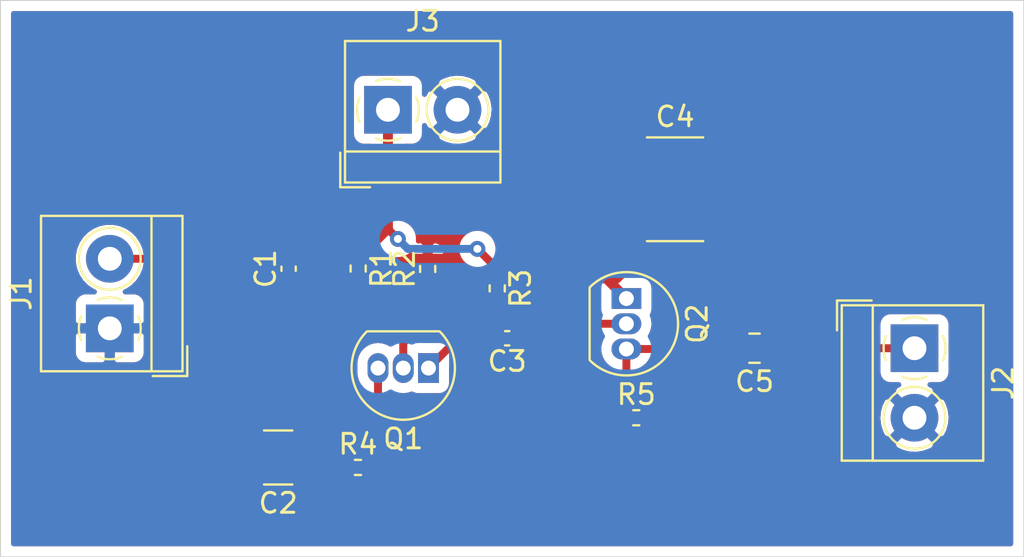
<source format=kicad_pcb>
(kicad_pcb (version 20171130) (host pcbnew "(5.1.10)-1")

  (general
    (thickness 1.6)
    (drawings 4)
    (tracks 40)
    (zones 0)
    (modules 15)
    (nets 10)
  )

  (page A4)
  (title_block
    (title LayOut)
    (date 2021-11-26)
  )

  (layers
    (0 F.Cu signal)
    (31 B.Cu signal)
    (32 B.Adhes user)
    (33 F.Adhes user)
    (34 B.Paste user)
    (35 F.Paste user)
    (36 B.SilkS user)
    (37 F.SilkS user)
    (38 B.Mask user)
    (39 F.Mask user)
    (40 Dwgs.User user)
    (41 Cmts.User user)
    (42 Eco1.User user)
    (43 Eco2.User user)
    (44 Edge.Cuts user)
    (45 Margin user)
    (46 B.CrtYd user)
    (47 F.CrtYd user)
    (48 B.Fab user)
    (49 F.Fab user)
  )

  (setup
    (last_trace_width 0.4)
    (user_trace_width 0.2)
    (user_trace_width 0.5)
    (trace_clearance 0.3)
    (zone_clearance 0.508)
    (zone_45_only no)
    (trace_min 0.2)
    (via_size 0.8)
    (via_drill 0.4)
    (via_min_size 0.4)
    (via_min_drill 0.3)
    (uvia_size 0.3)
    (uvia_drill 0.1)
    (uvias_allowed no)
    (uvia_min_size 0.2)
    (uvia_min_drill 0.1)
    (edge_width 0.05)
    (segment_width 0.2)
    (pcb_text_width 0.3)
    (pcb_text_size 1.5 1.5)
    (mod_edge_width 0.12)
    (mod_text_size 1 1)
    (mod_text_width 0.15)
    (pad_size 1.524 1.524)
    (pad_drill 0.762)
    (pad_to_mask_clearance 0)
    (aux_axis_origin 0 0)
    (visible_elements 7FFFFFFF)
    (pcbplotparams
      (layerselection 0x010fc_ffffffff)
      (usegerberextensions false)
      (usegerberattributes true)
      (usegerberadvancedattributes true)
      (creategerberjobfile true)
      (excludeedgelayer true)
      (linewidth 0.100000)
      (plotframeref false)
      (viasonmask false)
      (mode 1)
      (useauxorigin false)
      (hpglpennumber 1)
      (hpglpenspeed 20)
      (hpglpendiameter 15.000000)
      (psnegative false)
      (psa4output false)
      (plotreference true)
      (plotvalue true)
      (plotinvisibletext false)
      (padsonsilk false)
      (subtractmaskfromsilk false)
      (outputformat 1)
      (mirror false)
      (drillshape 1)
      (scaleselection 1)
      (outputdirectory ""))
  )

  (net 0 "")
  (net 1 "Net-(C1-Pad1)")
  (net 2 "Net-(C1-Pad2)")
  (net 3 "Net-(C2-Pad1)")
  (net 4 GND)
  (net 5 "Net-(C3-Pad2)")
  (net 6 "Net-(C3-Pad1)")
  (net 7 +9V)
  (net 8 "Net-(C5-Pad1)")
  (net 9 "Net-(C5-Pad2)")

  (net_class Default "This is the default net class."
    (clearance 0.3)
    (trace_width 0.4)
    (via_dia 0.8)
    (via_drill 0.4)
    (uvia_dia 0.3)
    (uvia_drill 0.1)
    (add_net +9V)
    (add_net GND)
    (add_net "Net-(C1-Pad1)")
    (add_net "Net-(C1-Pad2)")
    (add_net "Net-(C2-Pad1)")
    (add_net "Net-(C3-Pad1)")
    (add_net "Net-(C3-Pad2)")
    (add_net "Net-(C5-Pad1)")
    (add_net "Net-(C5-Pad2)")
  )

  (net_class Power ""
    (clearance 0.5)
    (trace_width 0.5)
    (via_dia 0.8)
    (via_drill 0.4)
    (uvia_dia 0.3)
    (uvia_drill 0.1)
  )

  (module Capacitor_SMD:C_0402_1005Metric (layer F.Cu) (tedit 5F68FEEE) (tstamp 61A0FBE8)
    (at 117 104 90)
    (descr "Capacitor SMD 0402 (1005 Metric), square (rectangular) end terminal, IPC_7351 nominal, (Body size source: IPC-SM-782 page 76, https://www.pcb-3d.com/wordpress/wp-content/uploads/ipc-sm-782a_amendment_1_and_2.pdf), generated with kicad-footprint-generator")
    (tags capacitor)
    (path /617829C8)
    (attr smd)
    (fp_text reference C1 (at 0 -1.16 90) (layer F.SilkS)
      (effects (font (size 1 1) (thickness 0.15)))
    )
    (fp_text value 0.47uF (at 0 1.16 90) (layer F.Fab)
      (effects (font (size 1 1) (thickness 0.15)))
    )
    (fp_line (start -0.5 0.25) (end -0.5 -0.25) (layer F.Fab) (width 0.1))
    (fp_line (start -0.5 -0.25) (end 0.5 -0.25) (layer F.Fab) (width 0.1))
    (fp_line (start 0.5 -0.25) (end 0.5 0.25) (layer F.Fab) (width 0.1))
    (fp_line (start 0.5 0.25) (end -0.5 0.25) (layer F.Fab) (width 0.1))
    (fp_line (start -0.107836 -0.36) (end 0.107836 -0.36) (layer F.SilkS) (width 0.12))
    (fp_line (start -0.107836 0.36) (end 0.107836 0.36) (layer F.SilkS) (width 0.12))
    (fp_line (start -0.91 0.46) (end -0.91 -0.46) (layer F.CrtYd) (width 0.05))
    (fp_line (start -0.91 -0.46) (end 0.91 -0.46) (layer F.CrtYd) (width 0.05))
    (fp_line (start 0.91 -0.46) (end 0.91 0.46) (layer F.CrtYd) (width 0.05))
    (fp_line (start 0.91 0.46) (end -0.91 0.46) (layer F.CrtYd) (width 0.05))
    (fp_text user %R (at 0 0 90) (layer F.Fab)
      (effects (font (size 0.25 0.25) (thickness 0.04)))
    )
    (pad 1 smd roundrect (at -0.48 0 90) (size 0.56 0.62) (layers F.Cu F.Paste F.Mask) (roundrect_rratio 0.25)
      (net 1 "Net-(C1-Pad1)"))
    (pad 2 smd roundrect (at 0.48 0 90) (size 0.56 0.62) (layers F.Cu F.Paste F.Mask) (roundrect_rratio 0.25)
      (net 2 "Net-(C1-Pad2)"))
    (model ${KISYS3DMOD}/Capacitor_SMD.3dshapes/C_0402_1005Metric.wrl
      (at (xyz 0 0 0))
      (scale (xyz 1 1 1))
      (rotate (xyz 0 0 0))
    )
  )

  (module Capacitor_SMD:C_1210_3225Metric (layer F.Cu) (tedit 5F68FEEE) (tstamp 61A0FBF9)
    (at 116.475 113.5 180)
    (descr "Capacitor SMD 1210 (3225 Metric), square (rectangular) end terminal, IPC_7351 nominal, (Body size source: IPC-SM-782 page 76, https://www.pcb-3d.com/wordpress/wp-content/uploads/ipc-sm-782a_amendment_1_and_2.pdf), generated with kicad-footprint-generator")
    (tags capacitor)
    (path /61787284)
    (attr smd)
    (fp_text reference C2 (at 0 -2.3) (layer F.SilkS)
      (effects (font (size 1 1) (thickness 0.15)))
    )
    (fp_text value 4.7uF (at 0 2.3) (layer F.Fab)
      (effects (font (size 1 1) (thickness 0.15)))
    )
    (fp_line (start -1.6 1.25) (end -1.6 -1.25) (layer F.Fab) (width 0.1))
    (fp_line (start -1.6 -1.25) (end 1.6 -1.25) (layer F.Fab) (width 0.1))
    (fp_line (start 1.6 -1.25) (end 1.6 1.25) (layer F.Fab) (width 0.1))
    (fp_line (start 1.6 1.25) (end -1.6 1.25) (layer F.Fab) (width 0.1))
    (fp_line (start -0.711252 -1.36) (end 0.711252 -1.36) (layer F.SilkS) (width 0.12))
    (fp_line (start -0.711252 1.36) (end 0.711252 1.36) (layer F.SilkS) (width 0.12))
    (fp_line (start -2.3 1.6) (end -2.3 -1.6) (layer F.CrtYd) (width 0.05))
    (fp_line (start -2.3 -1.6) (end 2.3 -1.6) (layer F.CrtYd) (width 0.05))
    (fp_line (start 2.3 -1.6) (end 2.3 1.6) (layer F.CrtYd) (width 0.05))
    (fp_line (start 2.3 1.6) (end -2.3 1.6) (layer F.CrtYd) (width 0.05))
    (fp_text user %R (at 0 0) (layer F.Fab)
      (effects (font (size 0.8 0.8) (thickness 0.12)))
    )
    (pad 1 smd roundrect (at -1.475 0 180) (size 1.15 2.7) (layers F.Cu F.Paste F.Mask) (roundrect_rratio 0.217391)
      (net 3 "Net-(C2-Pad1)"))
    (pad 2 smd roundrect (at 1.475 0 180) (size 1.15 2.7) (layers F.Cu F.Paste F.Mask) (roundrect_rratio 0.217391)
      (net 4 GND))
    (model ${KISYS3DMOD}/Capacitor_SMD.3dshapes/C_1210_3225Metric.wrl
      (at (xyz 0 0 0))
      (scale (xyz 1 1 1))
      (rotate (xyz 0 0 0))
    )
  )

  (module Capacitor_SMD:C_0402_1005Metric (layer F.Cu) (tedit 5F68FEEE) (tstamp 61A0FC0A)
    (at 128 107.5 180)
    (descr "Capacitor SMD 0402 (1005 Metric), square (rectangular) end terminal, IPC_7351 nominal, (Body size source: IPC-SM-782 page 76, https://www.pcb-3d.com/wordpress/wp-content/uploads/ipc-sm-782a_amendment_1_and_2.pdf), generated with kicad-footprint-generator")
    (tags capacitor)
    (path /61786CFA)
    (attr smd)
    (fp_text reference C3 (at 0 -1.16) (layer F.SilkS)
      (effects (font (size 1 1) (thickness 0.15)))
    )
    (fp_text value 0.47uF (at 0 1.16) (layer F.Fab)
      (effects (font (size 1 1) (thickness 0.15)))
    )
    (fp_line (start 0.91 0.46) (end -0.91 0.46) (layer F.CrtYd) (width 0.05))
    (fp_line (start 0.91 -0.46) (end 0.91 0.46) (layer F.CrtYd) (width 0.05))
    (fp_line (start -0.91 -0.46) (end 0.91 -0.46) (layer F.CrtYd) (width 0.05))
    (fp_line (start -0.91 0.46) (end -0.91 -0.46) (layer F.CrtYd) (width 0.05))
    (fp_line (start -0.107836 0.36) (end 0.107836 0.36) (layer F.SilkS) (width 0.12))
    (fp_line (start -0.107836 -0.36) (end 0.107836 -0.36) (layer F.SilkS) (width 0.12))
    (fp_line (start 0.5 0.25) (end -0.5 0.25) (layer F.Fab) (width 0.1))
    (fp_line (start 0.5 -0.25) (end 0.5 0.25) (layer F.Fab) (width 0.1))
    (fp_line (start -0.5 -0.25) (end 0.5 -0.25) (layer F.Fab) (width 0.1))
    (fp_line (start -0.5 0.25) (end -0.5 -0.25) (layer F.Fab) (width 0.1))
    (fp_text user %R (at 0 0) (layer F.Fab)
      (effects (font (size 0.25 0.25) (thickness 0.04)))
    )
    (pad 2 smd roundrect (at 0.48 0 180) (size 0.56 0.62) (layers F.Cu F.Paste F.Mask) (roundrect_rratio 0.25)
      (net 5 "Net-(C3-Pad2)"))
    (pad 1 smd roundrect (at -0.48 0 180) (size 0.56 0.62) (layers F.Cu F.Paste F.Mask) (roundrect_rratio 0.25)
      (net 6 "Net-(C3-Pad1)"))
    (model ${KISYS3DMOD}/Capacitor_SMD.3dshapes/C_0402_1005Metric.wrl
      (at (xyz 0 0 0))
      (scale (xyz 1 1 1))
      (rotate (xyz 0 0 0))
    )
  )

  (module Capacitor_SMD:C_2220_5650Metric (layer F.Cu) (tedit 5F68FEEE) (tstamp 61A0FC1B)
    (at 136.45 100)
    (descr "Capacitor SMD 2220 (5650 Metric), square (rectangular) end terminal, IPC_7351 nominal, (Body size from: http://datasheets.avx.com/AVX-HV_MLCC.pdf), generated with kicad-footprint-generator")
    (tags capacitor)
    (path /6178C4CD)
    (attr smd)
    (fp_text reference C4 (at 0 -3.65) (layer F.SilkS)
      (effects (font (size 1 1) (thickness 0.15)))
    )
    (fp_text value 47uF (at 0 3.65) (layer F.Fab)
      (effects (font (size 1 1) (thickness 0.15)))
    )
    (fp_line (start -2.85 2.5) (end -2.85 -2.5) (layer F.Fab) (width 0.1))
    (fp_line (start -2.85 -2.5) (end 2.85 -2.5) (layer F.Fab) (width 0.1))
    (fp_line (start 2.85 -2.5) (end 2.85 2.5) (layer F.Fab) (width 0.1))
    (fp_line (start 2.85 2.5) (end -2.85 2.5) (layer F.Fab) (width 0.1))
    (fp_line (start -1.415748 -2.61) (end 1.415748 -2.61) (layer F.SilkS) (width 0.12))
    (fp_line (start -1.415748 2.61) (end 1.415748 2.61) (layer F.SilkS) (width 0.12))
    (fp_line (start -3.7 2.95) (end -3.7 -2.95) (layer F.CrtYd) (width 0.05))
    (fp_line (start -3.7 -2.95) (end 3.7 -2.95) (layer F.CrtYd) (width 0.05))
    (fp_line (start 3.7 -2.95) (end 3.7 2.95) (layer F.CrtYd) (width 0.05))
    (fp_line (start 3.7 2.95) (end -3.7 2.95) (layer F.CrtYd) (width 0.05))
    (fp_text user %R (at 0 0) (layer F.Fab)
      (effects (font (size 1 1) (thickness 0.15)))
    )
    (pad 1 smd roundrect (at -2.55 0) (size 1.8 5.4) (layers F.Cu F.Paste F.Mask) (roundrect_rratio 0.138889)
      (net 7 +9V))
    (pad 2 smd roundrect (at 2.55 0) (size 1.8 5.4) (layers F.Cu F.Paste F.Mask) (roundrect_rratio 0.138889)
      (net 4 GND))
    (model ${KISYS3DMOD}/Capacitor_SMD.3dshapes/C_2220_5650Metric.wrl
      (at (xyz 0 0 0))
      (scale (xyz 1 1 1))
      (rotate (xyz 0 0 0))
    )
  )

  (module Capacitor_SMD:C_0805_2012Metric (layer F.Cu) (tedit 5F68FEEE) (tstamp 61A0FC2C)
    (at 140.45 108 180)
    (descr "Capacitor SMD 0805 (2012 Metric), square (rectangular) end terminal, IPC_7351 nominal, (Body size source: IPC-SM-782 page 76, https://www.pcb-3d.com/wordpress/wp-content/uploads/ipc-sm-782a_amendment_1_and_2.pdf, https://docs.google.com/spreadsheets/d/1BsfQQcO9C6DZCsRaXUlFlo91Tg2WpOkGARC1WS5S8t0/edit?usp=sharing), generated with kicad-footprint-generator")
    (tags capacitor)
    (path /6178C0AE)
    (attr smd)
    (fp_text reference C5 (at 0 -1.68) (layer F.SilkS)
      (effects (font (size 1 1) (thickness 0.15)))
    )
    (fp_text value 33uF (at 0 1.68) (layer F.Fab)
      (effects (font (size 1 1) (thickness 0.15)))
    )
    (fp_line (start -1 0.625) (end -1 -0.625) (layer F.Fab) (width 0.1))
    (fp_line (start -1 -0.625) (end 1 -0.625) (layer F.Fab) (width 0.1))
    (fp_line (start 1 -0.625) (end 1 0.625) (layer F.Fab) (width 0.1))
    (fp_line (start 1 0.625) (end -1 0.625) (layer F.Fab) (width 0.1))
    (fp_line (start -0.261252 -0.735) (end 0.261252 -0.735) (layer F.SilkS) (width 0.12))
    (fp_line (start -0.261252 0.735) (end 0.261252 0.735) (layer F.SilkS) (width 0.12))
    (fp_line (start -1.7 0.98) (end -1.7 -0.98) (layer F.CrtYd) (width 0.05))
    (fp_line (start -1.7 -0.98) (end 1.7 -0.98) (layer F.CrtYd) (width 0.05))
    (fp_line (start 1.7 -0.98) (end 1.7 0.98) (layer F.CrtYd) (width 0.05))
    (fp_line (start 1.7 0.98) (end -1.7 0.98) (layer F.CrtYd) (width 0.05))
    (fp_text user %R (at 0 0) (layer F.Fab)
      (effects (font (size 0.5 0.5) (thickness 0.08)))
    )
    (pad 1 smd roundrect (at -0.95 0 180) (size 1 1.45) (layers F.Cu F.Paste F.Mask) (roundrect_rratio 0.25)
      (net 8 "Net-(C5-Pad1)"))
    (pad 2 smd roundrect (at 0.95 0 180) (size 1 1.45) (layers F.Cu F.Paste F.Mask) (roundrect_rratio 0.25)
      (net 9 "Net-(C5-Pad2)"))
    (model ${KISYS3DMOD}/Capacitor_SMD.3dshapes/C_0805_2012Metric.wrl
      (at (xyz 0 0 0))
      (scale (xyz 1 1 1))
      (rotate (xyz 0 0 0))
    )
  )

  (module TerminalBlock_4Ucon:TerminalBlock_4Ucon_1x02_P3.50mm_Horizontal (layer F.Cu) (tedit 5B294E91) (tstamp 61A0FC64)
    (at 108 107 90)
    (descr "Terminal Block 4Ucon ItemNo. 19963, 2 pins, pitch 3.5mm, size 7.7x7mm^2, drill diamater 1.2mm, pad diameter 2.4mm, see http://www.4uconnector.com/online/object/4udrawing/19963.pdf, script-generated using https://github.com/pointhi/kicad-footprint-generator/scripts/TerminalBlock_4Ucon")
    (tags "THT Terminal Block 4Ucon ItemNo. 19963 pitch 3.5mm size 7.7x7mm^2 drill 1.2mm pad 2.4mm")
    (path /617815B9)
    (fp_text reference J1 (at 1.75 -4.46 90) (layer F.SilkS)
      (effects (font (size 1 1) (thickness 0.15)))
    )
    (fp_text value Screw_Terminal_01x02 (at 1.75 4.66 90) (layer F.Fab)
      (effects (font (size 1 1) (thickness 0.15)))
    )
    (fp_circle (center 0 0) (end 1.375 0) (layer F.Fab) (width 0.1))
    (fp_circle (center 3.5 0) (end 4.875 0) (layer F.Fab) (width 0.1))
    (fp_circle (center 3.5 0) (end 5.055 0) (layer F.SilkS) (width 0.12))
    (fp_line (start -2.1 -3.4) (end 5.6 -3.4) (layer F.Fab) (width 0.1))
    (fp_line (start 5.6 -3.4) (end 5.6 3.6) (layer F.Fab) (width 0.1))
    (fp_line (start 5.6 3.6) (end -0.6 3.6) (layer F.Fab) (width 0.1))
    (fp_line (start -0.6 3.6) (end -2.1 2.1) (layer F.Fab) (width 0.1))
    (fp_line (start -2.1 2.1) (end -2.1 -3.4) (layer F.Fab) (width 0.1))
    (fp_line (start -2.1 2.1) (end 5.6 2.1) (layer F.Fab) (width 0.1))
    (fp_line (start -2.16 2.1) (end 5.66 2.1) (layer F.SilkS) (width 0.12))
    (fp_line (start -2.16 -3.46) (end 5.66 -3.46) (layer F.SilkS) (width 0.12))
    (fp_line (start -2.16 3.66) (end 5.66 3.66) (layer F.SilkS) (width 0.12))
    (fp_line (start -2.16 -3.46) (end -2.16 3.66) (layer F.SilkS) (width 0.12))
    (fp_line (start 5.66 -3.46) (end 5.66 3.66) (layer F.SilkS) (width 0.12))
    (fp_line (start -1.1 -0.069) (end -0.069 -0.069) (layer F.Fab) (width 0.1))
    (fp_line (start -0.069 -0.069) (end -0.069 -1.1) (layer F.Fab) (width 0.1))
    (fp_line (start -0.069 -1.1) (end 0.069 -1.1) (layer F.Fab) (width 0.1))
    (fp_line (start 0.069 -1.1) (end 0.069 -0.069) (layer F.Fab) (width 0.1))
    (fp_line (start 0.069 -0.069) (end 1.1 -0.069) (layer F.Fab) (width 0.1))
    (fp_line (start 1.1 -0.069) (end 1.1 0.069) (layer F.Fab) (width 0.1))
    (fp_line (start 1.1 0.069) (end 0.069 0.069) (layer F.Fab) (width 0.1))
    (fp_line (start 0.069 0.069) (end 0.069 1.1) (layer F.Fab) (width 0.1))
    (fp_line (start 0.069 1.1) (end -0.069 1.1) (layer F.Fab) (width 0.1))
    (fp_line (start -0.069 1.1) (end -0.069 0.069) (layer F.Fab) (width 0.1))
    (fp_line (start -0.069 0.069) (end -1.1 0.069) (layer F.Fab) (width 0.1))
    (fp_line (start -1.1 0.069) (end -1.1 -0.069) (layer F.Fab) (width 0.1))
    (fp_line (start 2.4 -0.069) (end 3.431 -0.069) (layer F.Fab) (width 0.1))
    (fp_line (start 3.431 -0.069) (end 3.431 -1.1) (layer F.Fab) (width 0.1))
    (fp_line (start 3.431 -1.1) (end 3.569 -1.1) (layer F.Fab) (width 0.1))
    (fp_line (start 3.569 -1.1) (end 3.569 -0.069) (layer F.Fab) (width 0.1))
    (fp_line (start 3.569 -0.069) (end 4.6 -0.069) (layer F.Fab) (width 0.1))
    (fp_line (start 4.6 -0.069) (end 4.6 0.069) (layer F.Fab) (width 0.1))
    (fp_line (start 4.6 0.069) (end 3.569 0.069) (layer F.Fab) (width 0.1))
    (fp_line (start 3.569 0.069) (end 3.569 1.1) (layer F.Fab) (width 0.1))
    (fp_line (start 3.569 1.1) (end 3.431 1.1) (layer F.Fab) (width 0.1))
    (fp_line (start 3.431 1.1) (end 3.431 0.069) (layer F.Fab) (width 0.1))
    (fp_line (start 3.431 0.069) (end 2.4 0.069) (layer F.Fab) (width 0.1))
    (fp_line (start 2.4 0.069) (end 2.4 -0.069) (layer F.Fab) (width 0.1))
    (fp_line (start -2.4 2.16) (end -2.4 3.9) (layer F.SilkS) (width 0.12))
    (fp_line (start -2.4 3.9) (end -0.9 3.9) (layer F.SilkS) (width 0.12))
    (fp_line (start -2.6 -3.9) (end -2.6 4.1) (layer F.CrtYd) (width 0.05))
    (fp_line (start -2.6 4.1) (end 6.1 4.1) (layer F.CrtYd) (width 0.05))
    (fp_line (start 6.1 4.1) (end 6.1 -3.9) (layer F.CrtYd) (width 0.05))
    (fp_line (start 6.1 -3.9) (end -2.6 -3.9) (layer F.CrtYd) (width 0.05))
    (fp_arc (start 0 0) (end 0 1.555) (angle -23) (layer F.SilkS) (width 0.12))
    (fp_arc (start 0 0) (end 1.432 0.608) (angle -46) (layer F.SilkS) (width 0.12))
    (fp_arc (start 0 0) (end 0.608 -1.432) (angle -46) (layer F.SilkS) (width 0.12))
    (fp_arc (start 0 0) (end -1.432 -0.608) (angle -46) (layer F.SilkS) (width 0.12))
    (fp_arc (start 0 0) (end -0.608 1.432) (angle -24) (layer F.SilkS) (width 0.12))
    (fp_text user %R (at 1.75 2.9 90) (layer F.Fab)
      (effects (font (size 1 1) (thickness 0.15)))
    )
    (pad 1 thru_hole rect (at 0 0 90) (size 2.4 2.4) (drill 1.2) (layers *.Cu *.Mask)
      (net 4 GND))
    (pad 2 thru_hole circle (at 3.5 0 90) (size 2.4 2.4) (drill 1.2) (layers *.Cu *.Mask)
      (net 2 "Net-(C1-Pad2)"))
    (model ${KISYS3DMOD}/TerminalBlock_4Ucon.3dshapes/TerminalBlock_4Ucon_1x02_P3.50mm_Horizontal.wrl
      (at (xyz 0 0 0))
      (scale (xyz 1 1 1))
      (rotate (xyz 0 0 0))
    )
  )

  (module TerminalBlock_4Ucon:TerminalBlock_4Ucon_1x02_P3.50mm_Horizontal (layer F.Cu) (tedit 5B294E91) (tstamp 61A0FC9C)
    (at 148.5 108 270)
    (descr "Terminal Block 4Ucon ItemNo. 19963, 2 pins, pitch 3.5mm, size 7.7x7mm^2, drill diamater 1.2mm, pad diameter 2.4mm, see http://www.4uconnector.com/online/object/4udrawing/19963.pdf, script-generated using https://github.com/pointhi/kicad-footprint-generator/scripts/TerminalBlock_4Ucon")
    (tags "THT Terminal Block 4Ucon ItemNo. 19963 pitch 3.5mm size 7.7x7mm^2 drill 1.2mm pad 2.4mm")
    (path /6178E74E)
    (fp_text reference J2 (at 1.75 -4.46 90) (layer F.SilkS)
      (effects (font (size 1 1) (thickness 0.15)))
    )
    (fp_text value Screw_Terminal_01x02 (at 1.75 4.66 90) (layer F.Fab)
      (effects (font (size 1 1) (thickness 0.15)))
    )
    (fp_line (start 6.1 -3.9) (end -2.6 -3.9) (layer F.CrtYd) (width 0.05))
    (fp_line (start 6.1 4.1) (end 6.1 -3.9) (layer F.CrtYd) (width 0.05))
    (fp_line (start -2.6 4.1) (end 6.1 4.1) (layer F.CrtYd) (width 0.05))
    (fp_line (start -2.6 -3.9) (end -2.6 4.1) (layer F.CrtYd) (width 0.05))
    (fp_line (start -2.4 3.9) (end -0.9 3.9) (layer F.SilkS) (width 0.12))
    (fp_line (start -2.4 2.16) (end -2.4 3.9) (layer F.SilkS) (width 0.12))
    (fp_line (start 2.4 0.069) (end 2.4 -0.069) (layer F.Fab) (width 0.1))
    (fp_line (start 3.431 0.069) (end 2.4 0.069) (layer F.Fab) (width 0.1))
    (fp_line (start 3.431 1.1) (end 3.431 0.069) (layer F.Fab) (width 0.1))
    (fp_line (start 3.569 1.1) (end 3.431 1.1) (layer F.Fab) (width 0.1))
    (fp_line (start 3.569 0.069) (end 3.569 1.1) (layer F.Fab) (width 0.1))
    (fp_line (start 4.6 0.069) (end 3.569 0.069) (layer F.Fab) (width 0.1))
    (fp_line (start 4.6 -0.069) (end 4.6 0.069) (layer F.Fab) (width 0.1))
    (fp_line (start 3.569 -0.069) (end 4.6 -0.069) (layer F.Fab) (width 0.1))
    (fp_line (start 3.569 -1.1) (end 3.569 -0.069) (layer F.Fab) (width 0.1))
    (fp_line (start 3.431 -1.1) (end 3.569 -1.1) (layer F.Fab) (width 0.1))
    (fp_line (start 3.431 -0.069) (end 3.431 -1.1) (layer F.Fab) (width 0.1))
    (fp_line (start 2.4 -0.069) (end 3.431 -0.069) (layer F.Fab) (width 0.1))
    (fp_line (start -1.1 0.069) (end -1.1 -0.069) (layer F.Fab) (width 0.1))
    (fp_line (start -0.069 0.069) (end -1.1 0.069) (layer F.Fab) (width 0.1))
    (fp_line (start -0.069 1.1) (end -0.069 0.069) (layer F.Fab) (width 0.1))
    (fp_line (start 0.069 1.1) (end -0.069 1.1) (layer F.Fab) (width 0.1))
    (fp_line (start 0.069 0.069) (end 0.069 1.1) (layer F.Fab) (width 0.1))
    (fp_line (start 1.1 0.069) (end 0.069 0.069) (layer F.Fab) (width 0.1))
    (fp_line (start 1.1 -0.069) (end 1.1 0.069) (layer F.Fab) (width 0.1))
    (fp_line (start 0.069 -0.069) (end 1.1 -0.069) (layer F.Fab) (width 0.1))
    (fp_line (start 0.069 -1.1) (end 0.069 -0.069) (layer F.Fab) (width 0.1))
    (fp_line (start -0.069 -1.1) (end 0.069 -1.1) (layer F.Fab) (width 0.1))
    (fp_line (start -0.069 -0.069) (end -0.069 -1.1) (layer F.Fab) (width 0.1))
    (fp_line (start -1.1 -0.069) (end -0.069 -0.069) (layer F.Fab) (width 0.1))
    (fp_line (start 5.66 -3.46) (end 5.66 3.66) (layer F.SilkS) (width 0.12))
    (fp_line (start -2.16 -3.46) (end -2.16 3.66) (layer F.SilkS) (width 0.12))
    (fp_line (start -2.16 3.66) (end 5.66 3.66) (layer F.SilkS) (width 0.12))
    (fp_line (start -2.16 -3.46) (end 5.66 -3.46) (layer F.SilkS) (width 0.12))
    (fp_line (start -2.16 2.1) (end 5.66 2.1) (layer F.SilkS) (width 0.12))
    (fp_line (start -2.1 2.1) (end 5.6 2.1) (layer F.Fab) (width 0.1))
    (fp_line (start -2.1 2.1) (end -2.1 -3.4) (layer F.Fab) (width 0.1))
    (fp_line (start -0.6 3.6) (end -2.1 2.1) (layer F.Fab) (width 0.1))
    (fp_line (start 5.6 3.6) (end -0.6 3.6) (layer F.Fab) (width 0.1))
    (fp_line (start 5.6 -3.4) (end 5.6 3.6) (layer F.Fab) (width 0.1))
    (fp_line (start -2.1 -3.4) (end 5.6 -3.4) (layer F.Fab) (width 0.1))
    (fp_circle (center 3.5 0) (end 5.055 0) (layer F.SilkS) (width 0.12))
    (fp_circle (center 3.5 0) (end 4.875 0) (layer F.Fab) (width 0.1))
    (fp_circle (center 0 0) (end 1.375 0) (layer F.Fab) (width 0.1))
    (fp_text user %R (at 1.75 2.9 90) (layer F.Fab)
      (effects (font (size 1 1) (thickness 0.15)))
    )
    (fp_arc (start 0 0) (end -0.608 1.432) (angle -24) (layer F.SilkS) (width 0.12))
    (fp_arc (start 0 0) (end -1.432 -0.608) (angle -46) (layer F.SilkS) (width 0.12))
    (fp_arc (start 0 0) (end 0.608 -1.432) (angle -46) (layer F.SilkS) (width 0.12))
    (fp_arc (start 0 0) (end 1.432 0.608) (angle -46) (layer F.SilkS) (width 0.12))
    (fp_arc (start 0 0) (end 0 1.555) (angle -23) (layer F.SilkS) (width 0.12))
    (pad 2 thru_hole circle (at 3.5 0 270) (size 2.4 2.4) (drill 1.2) (layers *.Cu *.Mask)
      (net 4 GND))
    (pad 1 thru_hole rect (at 0 0 270) (size 2.4 2.4) (drill 1.2) (layers *.Cu *.Mask)
      (net 8 "Net-(C5-Pad1)"))
    (model ${KISYS3DMOD}/TerminalBlock_4Ucon.3dshapes/TerminalBlock_4Ucon_1x02_P3.50mm_Horizontal.wrl
      (at (xyz 0 0 0))
      (scale (xyz 1 1 1))
      (rotate (xyz 0 0 0))
    )
  )

  (module TerminalBlock_4Ucon:TerminalBlock_4Ucon_1x02_P3.50mm_Horizontal (layer F.Cu) (tedit 5B294E91) (tstamp 61A0FCD4)
    (at 122 96)
    (descr "Terminal Block 4Ucon ItemNo. 19963, 2 pins, pitch 3.5mm, size 7.7x7mm^2, drill diamater 1.2mm, pad diameter 2.4mm, see http://www.4uconnector.com/online/object/4udrawing/19963.pdf, script-generated using https://github.com/pointhi/kicad-footprint-generator/scripts/TerminalBlock_4Ucon")
    (tags "THT Terminal Block 4Ucon ItemNo. 19963 pitch 3.5mm size 7.7x7mm^2 drill 1.2mm pad 2.4mm")
    (path /61A0FBD0)
    (fp_text reference J3 (at 1.75 -4.46) (layer F.SilkS)
      (effects (font (size 1 1) (thickness 0.15)))
    )
    (fp_text value Screw_Terminal_01x02 (at 1.75 4.66) (layer F.Fab)
      (effects (font (size 1 1) (thickness 0.15)))
    )
    (fp_circle (center 0 0) (end 1.375 0) (layer F.Fab) (width 0.1))
    (fp_circle (center 3.5 0) (end 4.875 0) (layer F.Fab) (width 0.1))
    (fp_circle (center 3.5 0) (end 5.055 0) (layer F.SilkS) (width 0.12))
    (fp_line (start -2.1 -3.4) (end 5.6 -3.4) (layer F.Fab) (width 0.1))
    (fp_line (start 5.6 -3.4) (end 5.6 3.6) (layer F.Fab) (width 0.1))
    (fp_line (start 5.6 3.6) (end -0.6 3.6) (layer F.Fab) (width 0.1))
    (fp_line (start -0.6 3.6) (end -2.1 2.1) (layer F.Fab) (width 0.1))
    (fp_line (start -2.1 2.1) (end -2.1 -3.4) (layer F.Fab) (width 0.1))
    (fp_line (start -2.1 2.1) (end 5.6 2.1) (layer F.Fab) (width 0.1))
    (fp_line (start -2.16 2.1) (end 5.66 2.1) (layer F.SilkS) (width 0.12))
    (fp_line (start -2.16 -3.46) (end 5.66 -3.46) (layer F.SilkS) (width 0.12))
    (fp_line (start -2.16 3.66) (end 5.66 3.66) (layer F.SilkS) (width 0.12))
    (fp_line (start -2.16 -3.46) (end -2.16 3.66) (layer F.SilkS) (width 0.12))
    (fp_line (start 5.66 -3.46) (end 5.66 3.66) (layer F.SilkS) (width 0.12))
    (fp_line (start -1.1 -0.069) (end -0.069 -0.069) (layer F.Fab) (width 0.1))
    (fp_line (start -0.069 -0.069) (end -0.069 -1.1) (layer F.Fab) (width 0.1))
    (fp_line (start -0.069 -1.1) (end 0.069 -1.1) (layer F.Fab) (width 0.1))
    (fp_line (start 0.069 -1.1) (end 0.069 -0.069) (layer F.Fab) (width 0.1))
    (fp_line (start 0.069 -0.069) (end 1.1 -0.069) (layer F.Fab) (width 0.1))
    (fp_line (start 1.1 -0.069) (end 1.1 0.069) (layer F.Fab) (width 0.1))
    (fp_line (start 1.1 0.069) (end 0.069 0.069) (layer F.Fab) (width 0.1))
    (fp_line (start 0.069 0.069) (end 0.069 1.1) (layer F.Fab) (width 0.1))
    (fp_line (start 0.069 1.1) (end -0.069 1.1) (layer F.Fab) (width 0.1))
    (fp_line (start -0.069 1.1) (end -0.069 0.069) (layer F.Fab) (width 0.1))
    (fp_line (start -0.069 0.069) (end -1.1 0.069) (layer F.Fab) (width 0.1))
    (fp_line (start -1.1 0.069) (end -1.1 -0.069) (layer F.Fab) (width 0.1))
    (fp_line (start 2.4 -0.069) (end 3.431 -0.069) (layer F.Fab) (width 0.1))
    (fp_line (start 3.431 -0.069) (end 3.431 -1.1) (layer F.Fab) (width 0.1))
    (fp_line (start 3.431 -1.1) (end 3.569 -1.1) (layer F.Fab) (width 0.1))
    (fp_line (start 3.569 -1.1) (end 3.569 -0.069) (layer F.Fab) (width 0.1))
    (fp_line (start 3.569 -0.069) (end 4.6 -0.069) (layer F.Fab) (width 0.1))
    (fp_line (start 4.6 -0.069) (end 4.6 0.069) (layer F.Fab) (width 0.1))
    (fp_line (start 4.6 0.069) (end 3.569 0.069) (layer F.Fab) (width 0.1))
    (fp_line (start 3.569 0.069) (end 3.569 1.1) (layer F.Fab) (width 0.1))
    (fp_line (start 3.569 1.1) (end 3.431 1.1) (layer F.Fab) (width 0.1))
    (fp_line (start 3.431 1.1) (end 3.431 0.069) (layer F.Fab) (width 0.1))
    (fp_line (start 3.431 0.069) (end 2.4 0.069) (layer F.Fab) (width 0.1))
    (fp_line (start 2.4 0.069) (end 2.4 -0.069) (layer F.Fab) (width 0.1))
    (fp_line (start -2.4 2.16) (end -2.4 3.9) (layer F.SilkS) (width 0.12))
    (fp_line (start -2.4 3.9) (end -0.9 3.9) (layer F.SilkS) (width 0.12))
    (fp_line (start -2.6 -3.9) (end -2.6 4.1) (layer F.CrtYd) (width 0.05))
    (fp_line (start -2.6 4.1) (end 6.1 4.1) (layer F.CrtYd) (width 0.05))
    (fp_line (start 6.1 4.1) (end 6.1 -3.9) (layer F.CrtYd) (width 0.05))
    (fp_line (start 6.1 -3.9) (end -2.6 -3.9) (layer F.CrtYd) (width 0.05))
    (fp_arc (start 0 0) (end 0 1.555) (angle -23) (layer F.SilkS) (width 0.12))
    (fp_arc (start 0 0) (end 1.432 0.608) (angle -46) (layer F.SilkS) (width 0.12))
    (fp_arc (start 0 0) (end 0.608 -1.432) (angle -46) (layer F.SilkS) (width 0.12))
    (fp_arc (start 0 0) (end -1.432 -0.608) (angle -46) (layer F.SilkS) (width 0.12))
    (fp_arc (start 0 0) (end -0.608 1.432) (angle -24) (layer F.SilkS) (width 0.12))
    (fp_text user %R (at 1.75 2.9) (layer F.Fab)
      (effects (font (size 1 1) (thickness 0.15)))
    )
    (pad 1 thru_hole rect (at 0 0) (size 2.4 2.4) (drill 1.2) (layers *.Cu *.Mask)
      (net 7 +9V))
    (pad 2 thru_hole circle (at 3.5 0) (size 2.4 2.4) (drill 1.2) (layers *.Cu *.Mask)
      (net 4 GND))
    (model ${KISYS3DMOD}/TerminalBlock_4Ucon.3dshapes/TerminalBlock_4Ucon_1x02_P3.50mm_Horizontal.wrl
      (at (xyz 0 0 0))
      (scale (xyz 1 1 1))
      (rotate (xyz 0 0 0))
    )
  )

  (module Package_TO_SOT_THT:TO-92_Inline (layer F.Cu) (tedit 5A1DD157) (tstamp 61A0FCE6)
    (at 124.04 109 180)
    (descr "TO-92 leads in-line, narrow, oval pads, drill 0.75mm (see NXP sot054_po.pdf)")
    (tags "to-92 sc-43 sc-43a sot54 PA33 transistor")
    (path /6178516C)
    (fp_text reference Q1 (at 1.27 -3.56) (layer F.SilkS)
      (effects (font (size 1 1) (thickness 0.15)))
    )
    (fp_text value BC548 (at 1.27 2.79) (layer F.Fab)
      (effects (font (size 1 1) (thickness 0.15)))
    )
    (fp_line (start -0.53 1.85) (end 3.07 1.85) (layer F.SilkS) (width 0.12))
    (fp_line (start -0.5 1.75) (end 3 1.75) (layer F.Fab) (width 0.1))
    (fp_line (start -1.46 -2.73) (end 4 -2.73) (layer F.CrtYd) (width 0.05))
    (fp_line (start -1.46 -2.73) (end -1.46 2.01) (layer F.CrtYd) (width 0.05))
    (fp_line (start 4 2.01) (end 4 -2.73) (layer F.CrtYd) (width 0.05))
    (fp_line (start 4 2.01) (end -1.46 2.01) (layer F.CrtYd) (width 0.05))
    (fp_text user %R (at 1.27 0) (layer F.Fab)
      (effects (font (size 1 1) (thickness 0.15)))
    )
    (fp_arc (start 1.27 0) (end 1.27 -2.48) (angle 135) (layer F.Fab) (width 0.1))
    (fp_arc (start 1.27 0) (end 1.27 -2.6) (angle -135) (layer F.SilkS) (width 0.12))
    (fp_arc (start 1.27 0) (end 1.27 -2.48) (angle -135) (layer F.Fab) (width 0.1))
    (fp_arc (start 1.27 0) (end 1.27 -2.6) (angle 135) (layer F.SilkS) (width 0.12))
    (pad 2 thru_hole oval (at 1.27 0 180) (size 1.05 1.5) (drill 0.75) (layers *.Cu *.Mask)
      (net 1 "Net-(C1-Pad1)"))
    (pad 3 thru_hole oval (at 2.54 0 180) (size 1.05 1.5) (drill 0.75) (layers *.Cu *.Mask)
      (net 3 "Net-(C2-Pad1)"))
    (pad 1 thru_hole rect (at 0 0 180) (size 1.05 1.5) (drill 0.75) (layers *.Cu *.Mask)
      (net 5 "Net-(C3-Pad2)"))
    (model ${KISYS3DMOD}/Package_TO_SOT_THT.3dshapes/TO-92_Inline.wrl
      (at (xyz 0 0 0))
      (scale (xyz 1 1 1))
      (rotate (xyz 0 0 0))
    )
  )

  (module Package_TO_SOT_THT:TO-92_Inline (layer F.Cu) (tedit 5A1DD157) (tstamp 61A0FCF8)
    (at 134 105.5 270)
    (descr "TO-92 leads in-line, narrow, oval pads, drill 0.75mm (see NXP sot054_po.pdf)")
    (tags "to-92 sc-43 sc-43a sot54 PA33 transistor")
    (path /6178A2B6)
    (fp_text reference Q2 (at 1.27 -3.56 90) (layer F.SilkS)
      (effects (font (size 1 1) (thickness 0.15)))
    )
    (fp_text value BC548 (at 1.27 2.79 90) (layer F.Fab)
      (effects (font (size 1 1) (thickness 0.15)))
    )
    (fp_line (start 4 2.01) (end -1.46 2.01) (layer F.CrtYd) (width 0.05))
    (fp_line (start 4 2.01) (end 4 -2.73) (layer F.CrtYd) (width 0.05))
    (fp_line (start -1.46 -2.73) (end -1.46 2.01) (layer F.CrtYd) (width 0.05))
    (fp_line (start -1.46 -2.73) (end 4 -2.73) (layer F.CrtYd) (width 0.05))
    (fp_line (start -0.5 1.75) (end 3 1.75) (layer F.Fab) (width 0.1))
    (fp_line (start -0.53 1.85) (end 3.07 1.85) (layer F.SilkS) (width 0.12))
    (fp_arc (start 1.27 0) (end 1.27 -2.6) (angle 135) (layer F.SilkS) (width 0.12))
    (fp_arc (start 1.27 0) (end 1.27 -2.48) (angle -135) (layer F.Fab) (width 0.1))
    (fp_arc (start 1.27 0) (end 1.27 -2.6) (angle -135) (layer F.SilkS) (width 0.12))
    (fp_arc (start 1.27 0) (end 1.27 -2.48) (angle 135) (layer F.Fab) (width 0.1))
    (fp_text user %R (at 1.27 0 90) (layer F.Fab)
      (effects (font (size 1 1) (thickness 0.15)))
    )
    (pad 1 thru_hole rect (at 0 0 270) (size 1.05 1.5) (drill 0.75) (layers *.Cu *.Mask)
      (net 7 +9V))
    (pad 3 thru_hole oval (at 2.54 0 270) (size 1.05 1.5) (drill 0.75) (layers *.Cu *.Mask)
      (net 9 "Net-(C5-Pad2)"))
    (pad 2 thru_hole oval (at 1.27 0 270) (size 1.05 1.5) (drill 0.75) (layers *.Cu *.Mask)
      (net 6 "Net-(C3-Pad1)"))
    (model ${KISYS3DMOD}/Package_TO_SOT_THT.3dshapes/TO-92_Inline.wrl
      (at (xyz 0 0 0))
      (scale (xyz 1 1 1))
      (rotate (xyz 0 0 0))
    )
  )

  (module Resistor_SMD:R_0402_1005Metric (layer F.Cu) (tedit 5F68FEEE) (tstamp 61A0FD09)
    (at 120.5 103.99 270)
    (descr "Resistor SMD 0402 (1005 Metric), square (rectangular) end terminal, IPC_7351 nominal, (Body size source: IPC-SM-782 page 72, https://www.pcb-3d.com/wordpress/wp-content/uploads/ipc-sm-782a_amendment_1_and_2.pdf), generated with kicad-footprint-generator")
    (tags resistor)
    (path /61783301)
    (attr smd)
    (fp_text reference R1 (at 0 -1.17 90) (layer F.SilkS)
      (effects (font (size 1 1) (thickness 0.15)))
    )
    (fp_text value 220k (at 0 1.17 90) (layer F.Fab)
      (effects (font (size 1 1) (thickness 0.15)))
    )
    (fp_line (start -0.525 0.27) (end -0.525 -0.27) (layer F.Fab) (width 0.1))
    (fp_line (start -0.525 -0.27) (end 0.525 -0.27) (layer F.Fab) (width 0.1))
    (fp_line (start 0.525 -0.27) (end 0.525 0.27) (layer F.Fab) (width 0.1))
    (fp_line (start 0.525 0.27) (end -0.525 0.27) (layer F.Fab) (width 0.1))
    (fp_line (start -0.153641 -0.38) (end 0.153641 -0.38) (layer F.SilkS) (width 0.12))
    (fp_line (start -0.153641 0.38) (end 0.153641 0.38) (layer F.SilkS) (width 0.12))
    (fp_line (start -0.93 0.47) (end -0.93 -0.47) (layer F.CrtYd) (width 0.05))
    (fp_line (start -0.93 -0.47) (end 0.93 -0.47) (layer F.CrtYd) (width 0.05))
    (fp_line (start 0.93 -0.47) (end 0.93 0.47) (layer F.CrtYd) (width 0.05))
    (fp_line (start 0.93 0.47) (end -0.93 0.47) (layer F.CrtYd) (width 0.05))
    (fp_text user %R (at 0 0 90) (layer F.Fab)
      (effects (font (size 0.26 0.26) (thickness 0.04)))
    )
    (pad 1 smd roundrect (at -0.51 0 270) (size 0.54 0.64) (layers F.Cu F.Paste F.Mask) (roundrect_rratio 0.25)
      (net 7 +9V))
    (pad 2 smd roundrect (at 0.51 0 270) (size 0.54 0.64) (layers F.Cu F.Paste F.Mask) (roundrect_rratio 0.25)
      (net 1 "Net-(C1-Pad1)"))
    (model ${KISYS3DMOD}/Resistor_SMD.3dshapes/R_0402_1005Metric.wrl
      (at (xyz 0 0 0))
      (scale (xyz 1 1 1))
      (rotate (xyz 0 0 0))
    )
  )

  (module Resistor_SMD:R_0402_1005Metric (layer F.Cu) (tedit 5F68FEEE) (tstamp 61A0FD1A)
    (at 124 104.01 90)
    (descr "Resistor SMD 0402 (1005 Metric), square (rectangular) end terminal, IPC_7351 nominal, (Body size source: IPC-SM-782 page 72, https://www.pcb-3d.com/wordpress/wp-content/uploads/ipc-sm-782a_amendment_1_and_2.pdf), generated with kicad-footprint-generator")
    (tags resistor)
    (path /61783955)
    (attr smd)
    (fp_text reference R2 (at 0 -1.17 90) (layer F.SilkS)
      (effects (font (size 1 1) (thickness 0.15)))
    )
    (fp_text value 27k (at 0 1.17 90) (layer F.Fab)
      (effects (font (size 1 1) (thickness 0.15)))
    )
    (fp_line (start 0.93 0.47) (end -0.93 0.47) (layer F.CrtYd) (width 0.05))
    (fp_line (start 0.93 -0.47) (end 0.93 0.47) (layer F.CrtYd) (width 0.05))
    (fp_line (start -0.93 -0.47) (end 0.93 -0.47) (layer F.CrtYd) (width 0.05))
    (fp_line (start -0.93 0.47) (end -0.93 -0.47) (layer F.CrtYd) (width 0.05))
    (fp_line (start -0.153641 0.38) (end 0.153641 0.38) (layer F.SilkS) (width 0.12))
    (fp_line (start -0.153641 -0.38) (end 0.153641 -0.38) (layer F.SilkS) (width 0.12))
    (fp_line (start 0.525 0.27) (end -0.525 0.27) (layer F.Fab) (width 0.1))
    (fp_line (start 0.525 -0.27) (end 0.525 0.27) (layer F.Fab) (width 0.1))
    (fp_line (start -0.525 -0.27) (end 0.525 -0.27) (layer F.Fab) (width 0.1))
    (fp_line (start -0.525 0.27) (end -0.525 -0.27) (layer F.Fab) (width 0.1))
    (fp_text user %R (at 0 0 90) (layer F.Fab)
      (effects (font (size 0.26 0.26) (thickness 0.04)))
    )
    (pad 2 smd roundrect (at 0.51 0 90) (size 0.54 0.64) (layers F.Cu F.Paste F.Mask) (roundrect_rratio 0.25)
      (net 4 GND))
    (pad 1 smd roundrect (at -0.51 0 90) (size 0.54 0.64) (layers F.Cu F.Paste F.Mask) (roundrect_rratio 0.25)
      (net 1 "Net-(C1-Pad1)"))
    (model ${KISYS3DMOD}/Resistor_SMD.3dshapes/R_0402_1005Metric.wrl
      (at (xyz 0 0 0))
      (scale (xyz 1 1 1))
      (rotate (xyz 0 0 0))
    )
  )

  (module Resistor_SMD:R_0402_1005Metric (layer F.Cu) (tedit 5F68FEEE) (tstamp 61A0FD2B)
    (at 127.5 104.99 270)
    (descr "Resistor SMD 0402 (1005 Metric), square (rectangular) end terminal, IPC_7351 nominal, (Body size source: IPC-SM-782 page 72, https://www.pcb-3d.com/wordpress/wp-content/uploads/ipc-sm-782a_amendment_1_and_2.pdf), generated with kicad-footprint-generator")
    (tags resistor)
    (path /617840FE)
    (attr smd)
    (fp_text reference R3 (at 0 -1.17 90) (layer F.SilkS)
      (effects (font (size 1 1) (thickness 0.15)))
    )
    (fp_text value 10k (at 0 1.17 90) (layer F.Fab)
      (effects (font (size 1 1) (thickness 0.15)))
    )
    (fp_line (start -0.525 0.27) (end -0.525 -0.27) (layer F.Fab) (width 0.1))
    (fp_line (start -0.525 -0.27) (end 0.525 -0.27) (layer F.Fab) (width 0.1))
    (fp_line (start 0.525 -0.27) (end 0.525 0.27) (layer F.Fab) (width 0.1))
    (fp_line (start 0.525 0.27) (end -0.525 0.27) (layer F.Fab) (width 0.1))
    (fp_line (start -0.153641 -0.38) (end 0.153641 -0.38) (layer F.SilkS) (width 0.12))
    (fp_line (start -0.153641 0.38) (end 0.153641 0.38) (layer F.SilkS) (width 0.12))
    (fp_line (start -0.93 0.47) (end -0.93 -0.47) (layer F.CrtYd) (width 0.05))
    (fp_line (start -0.93 -0.47) (end 0.93 -0.47) (layer F.CrtYd) (width 0.05))
    (fp_line (start 0.93 -0.47) (end 0.93 0.47) (layer F.CrtYd) (width 0.05))
    (fp_line (start 0.93 0.47) (end -0.93 0.47) (layer F.CrtYd) (width 0.05))
    (fp_text user %R (at 0 0 90) (layer F.Fab)
      (effects (font (size 0.26 0.26) (thickness 0.04)))
    )
    (pad 1 smd roundrect (at -0.51 0 270) (size 0.54 0.64) (layers F.Cu F.Paste F.Mask) (roundrect_rratio 0.25)
      (net 7 +9V))
    (pad 2 smd roundrect (at 0.51 0 270) (size 0.54 0.64) (layers F.Cu F.Paste F.Mask) (roundrect_rratio 0.25)
      (net 5 "Net-(C3-Pad2)"))
    (model ${KISYS3DMOD}/Resistor_SMD.3dshapes/R_0402_1005Metric.wrl
      (at (xyz 0 0 0))
      (scale (xyz 1 1 1))
      (rotate (xyz 0 0 0))
    )
  )

  (module Resistor_SMD:R_0402_1005Metric (layer F.Cu) (tedit 5F68FEEE) (tstamp 61A0FD3C)
    (at 120.49 114)
    (descr "Resistor SMD 0402 (1005 Metric), square (rectangular) end terminal, IPC_7351 nominal, (Body size source: IPC-SM-782 page 72, https://www.pcb-3d.com/wordpress/wp-content/uploads/ipc-sm-782a_amendment_1_and_2.pdf), generated with kicad-footprint-generator")
    (tags resistor)
    (path /61784C50)
    (attr smd)
    (fp_text reference R4 (at 0 -1.17) (layer F.SilkS)
      (effects (font (size 1 1) (thickness 0.15)))
    )
    (fp_text value 1.5k (at 0 1.17) (layer F.Fab)
      (effects (font (size 1 1) (thickness 0.15)))
    )
    (fp_line (start 0.93 0.47) (end -0.93 0.47) (layer F.CrtYd) (width 0.05))
    (fp_line (start 0.93 -0.47) (end 0.93 0.47) (layer F.CrtYd) (width 0.05))
    (fp_line (start -0.93 -0.47) (end 0.93 -0.47) (layer F.CrtYd) (width 0.05))
    (fp_line (start -0.93 0.47) (end -0.93 -0.47) (layer F.CrtYd) (width 0.05))
    (fp_line (start -0.153641 0.38) (end 0.153641 0.38) (layer F.SilkS) (width 0.12))
    (fp_line (start -0.153641 -0.38) (end 0.153641 -0.38) (layer F.SilkS) (width 0.12))
    (fp_line (start 0.525 0.27) (end -0.525 0.27) (layer F.Fab) (width 0.1))
    (fp_line (start 0.525 -0.27) (end 0.525 0.27) (layer F.Fab) (width 0.1))
    (fp_line (start -0.525 -0.27) (end 0.525 -0.27) (layer F.Fab) (width 0.1))
    (fp_line (start -0.525 0.27) (end -0.525 -0.27) (layer F.Fab) (width 0.1))
    (fp_text user %R (at 0 0) (layer F.Fab)
      (effects (font (size 0.26 0.26) (thickness 0.04)))
    )
    (pad 2 smd roundrect (at 0.51 0) (size 0.54 0.64) (layers F.Cu F.Paste F.Mask) (roundrect_rratio 0.25)
      (net 4 GND))
    (pad 1 smd roundrect (at -0.51 0) (size 0.54 0.64) (layers F.Cu F.Paste F.Mask) (roundrect_rratio 0.25)
      (net 3 "Net-(C2-Pad1)"))
    (model ${KISYS3DMOD}/Resistor_SMD.3dshapes/R_0402_1005Metric.wrl
      (at (xyz 0 0 0))
      (scale (xyz 1 1 1))
      (rotate (xyz 0 0 0))
    )
  )

  (module Resistor_SMD:R_0402_1005Metric (layer F.Cu) (tedit 5F68FEEE) (tstamp 61A0FD4D)
    (at 134.5 111.5)
    (descr "Resistor SMD 0402 (1005 Metric), square (rectangular) end terminal, IPC_7351 nominal, (Body size source: IPC-SM-782 page 72, https://www.pcb-3d.com/wordpress/wp-content/uploads/ipc-sm-782a_amendment_1_and_2.pdf), generated with kicad-footprint-generator")
    (tags resistor)
    (path /6178BB5D)
    (attr smd)
    (fp_text reference R5 (at 0 -1.17) (layer F.SilkS)
      (effects (font (size 1 1) (thickness 0.15)))
    )
    (fp_text value 10k (at 0 1.17) (layer F.Fab)
      (effects (font (size 1 1) (thickness 0.15)))
    )
    (fp_line (start -0.525 0.27) (end -0.525 -0.27) (layer F.Fab) (width 0.1))
    (fp_line (start -0.525 -0.27) (end 0.525 -0.27) (layer F.Fab) (width 0.1))
    (fp_line (start 0.525 -0.27) (end 0.525 0.27) (layer F.Fab) (width 0.1))
    (fp_line (start 0.525 0.27) (end -0.525 0.27) (layer F.Fab) (width 0.1))
    (fp_line (start -0.153641 -0.38) (end 0.153641 -0.38) (layer F.SilkS) (width 0.12))
    (fp_line (start -0.153641 0.38) (end 0.153641 0.38) (layer F.SilkS) (width 0.12))
    (fp_line (start -0.93 0.47) (end -0.93 -0.47) (layer F.CrtYd) (width 0.05))
    (fp_line (start -0.93 -0.47) (end 0.93 -0.47) (layer F.CrtYd) (width 0.05))
    (fp_line (start 0.93 -0.47) (end 0.93 0.47) (layer F.CrtYd) (width 0.05))
    (fp_line (start 0.93 0.47) (end -0.93 0.47) (layer F.CrtYd) (width 0.05))
    (fp_text user %R (at 0 0) (layer F.Fab)
      (effects (font (size 0.26 0.26) (thickness 0.04)))
    )
    (pad 1 smd roundrect (at -0.51 0) (size 0.54 0.64) (layers F.Cu F.Paste F.Mask) (roundrect_rratio 0.25)
      (net 9 "Net-(C5-Pad2)"))
    (pad 2 smd roundrect (at 0.51 0) (size 0.54 0.64) (layers F.Cu F.Paste F.Mask) (roundrect_rratio 0.25)
      (net 4 GND))
    (model ${KISYS3DMOD}/Resistor_SMD.3dshapes/R_0402_1005Metric.wrl
      (at (xyz 0 0 0))
      (scale (xyz 1 1 1))
      (rotate (xyz 0 0 0))
    )
  )

  (gr_line (start 102.5 118.5) (end 102.5 90.5) (layer Edge.Cuts) (width 0.05) (tstamp 61A10652))
  (gr_line (start 154 118.5) (end 102.5 118.5) (layer Edge.Cuts) (width 0.05))
  (gr_line (start 154 90.5) (end 154 118.5) (layer Edge.Cuts) (width 0.05))
  (gr_line (start 102.5 90.5) (end 154 90.5) (layer Edge.Cuts) (width 0.05))

  (segment (start 120.48 104.48) (end 120.5 104.5) (width 0.4) (layer F.Cu) (net 1))
  (segment (start 117 104.48) (end 120.48 104.48) (width 0.4) (layer F.Cu) (net 1))
  (segment (start 123.98 104.5) (end 124 104.52) (width 0.4) (layer F.Cu) (net 1))
  (segment (start 120.5 104.5) (end 123.98 104.5) (width 0.4) (layer F.Cu) (net 1))
  (segment (start 124 104.52) (end 124 106.5) (width 0.4) (layer F.Cu) (net 1))
  (segment (start 122.77 107.73) (end 122.77 109) (width 0.4) (layer F.Cu) (net 1))
  (segment (start 124 106.5) (end 122.77 107.73) (width 0.4) (layer F.Cu) (net 1))
  (segment (start 116.98 103.5) (end 117 103.52) (width 0.4) (layer F.Cu) (net 2))
  (segment (start 108 103.5) (end 116.98 103.5) (width 0.4) (layer F.Cu) (net 2))
  (segment (start 121.5 109) (end 121.5 111.5) (width 0.4) (layer F.Cu) (net 3))
  (segment (start 119.98 113.02) (end 119.98 114) (width 0.4) (layer F.Cu) (net 3))
  (segment (start 121.5 111.5) (end 119.98 113.02) (width 0.4) (layer F.Cu) (net 3))
  (segment (start 118.45 114) (end 117.95 113.5) (width 0.4) (layer F.Cu) (net 3))
  (segment (start 119.98 114) (end 118.45 114) (width 0.4) (layer F.Cu) (net 3))
  (segment (start 127.5 107.48) (end 127.52 107.5) (width 0.4) (layer F.Cu) (net 5))
  (segment (start 127.5 105.5) (end 127.5 107.48) (width 0.4) (layer F.Cu) (net 5))
  (segment (start 125.54 107.5) (end 124.04 109) (width 0.4) (layer F.Cu) (net 5))
  (segment (start 127.52 107.5) (end 125.54 107.5) (width 0.4) (layer F.Cu) (net 5))
  (segment (start 129.21 106.77) (end 134 106.77) (width 0.4) (layer F.Cu) (net 6))
  (segment (start 128.48 107.5) (end 129.21 106.77) (width 0.4) (layer F.Cu) (net 6))
  (segment (start 122 101.98) (end 120.5 103.48) (width 0.5) (layer F.Cu) (net 7))
  (segment (start 122 96) (end 122 101.98) (width 0.5) (layer F.Cu) (net 7))
  (segment (start 132.98 104.48) (end 134 105.5) (width 0.5) (layer F.Cu) (net 7))
  (segment (start 127.5 104.48) (end 132.98 104.48) (width 0.5) (layer F.Cu) (net 7))
  (segment (start 132.98 104.48) (end 133.52 104.48) (width 0.5) (layer F.Cu) (net 7))
  (segment (start 133.9 104.1) (end 133.9 100) (width 0.5) (layer F.Cu) (net 7))
  (segment (start 133.52 104.48) (end 133.9 104.1) (width 0.5) (layer F.Cu) (net 7))
  (via (at 122.5 102.5) (size 0.8) (drill 0.4) (layers F.Cu B.Cu) (net 7))
  (segment (start 122 102) (end 122.5 102.5) (width 0.4) (layer F.Cu) (net 7))
  (segment (start 122 101.98) (end 122 102) (width 0.4) (layer F.Cu) (net 7))
  (via (at 126.5 103) (size 0.8) (drill 0.4) (layers F.Cu B.Cu) (net 7))
  (segment (start 123 103) (end 126.5 103) (width 0.4) (layer B.Cu) (net 7))
  (segment (start 122.5 102.5) (end 123 103) (width 0.4) (layer B.Cu) (net 7))
  (segment (start 126.5 103) (end 127.5 104) (width 0.4) (layer F.Cu) (net 7))
  (segment (start 127.5 104) (end 127.5 104.48) (width 0.4) (layer F.Cu) (net 7))
  (segment (start 141.4 108) (end 148.5 108) (width 0.4) (layer F.Cu) (net 8))
  (segment (start 134 111.49) (end 133.99 111.5) (width 0.4) (layer F.Cu) (net 9))
  (segment (start 134 108.04) (end 134 111.49) (width 0.4) (layer F.Cu) (net 9))
  (segment (start 139.46 108.04) (end 139.5 108) (width 0.4) (layer F.Cu) (net 9))
  (segment (start 134 108.04) (end 139.46 108.04) (width 0.4) (layer F.Cu) (net 9))

  (zone (net 4) (net_name GND) (layer F.Cu) (tstamp 0) (hatch edge 0.508)
    (connect_pads (clearance 0.508))
    (min_thickness 0.254)
    (fill yes (arc_segments 32) (thermal_gap 0.508) (thermal_bridge_width 0.508))
    (polygon
      (pts
        (xy 154 118.5) (xy 102.5 118.5) (xy 102.5 90.5) (xy 154 90.5)
      )
    )
    (filled_polygon
      (pts
        (xy 153.340001 117.84) (xy 103.16 117.84) (xy 103.16 114.85) (xy 113.786928 114.85) (xy 113.799188 114.974482)
        (xy 113.835498 115.09418) (xy 113.894463 115.204494) (xy 113.973815 115.301185) (xy 114.070506 115.380537) (xy 114.18082 115.439502)
        (xy 114.300518 115.475812) (xy 114.425 115.488072) (xy 114.71425 115.485) (xy 114.873 115.32625) (xy 114.873 113.627)
        (xy 115.127 113.627) (xy 115.127 115.32625) (xy 115.28575 115.485) (xy 115.575 115.488072) (xy 115.699482 115.475812)
        (xy 115.81918 115.439502) (xy 115.929494 115.380537) (xy 116.026185 115.301185) (xy 116.105537 115.204494) (xy 116.164502 115.09418)
        (xy 116.200812 114.974482) (xy 116.213072 114.85) (xy 116.21 113.78575) (xy 116.05125 113.627) (xy 115.127 113.627)
        (xy 114.873 113.627) (xy 113.94875 113.627) (xy 113.79 113.78575) (xy 113.786928 114.85) (xy 103.16 114.85)
        (xy 103.16 112.15) (xy 113.786928 112.15) (xy 113.79 113.21425) (xy 113.94875 113.373) (xy 114.873 113.373)
        (xy 114.873 111.67375) (xy 115.127 111.67375) (xy 115.127 113.373) (xy 116.05125 113.373) (xy 116.21 113.21425)
        (xy 116.213072 112.15) (xy 116.200812 112.025518) (xy 116.164502 111.90582) (xy 116.105537 111.795506) (xy 116.026185 111.698815)
        (xy 115.929494 111.619463) (xy 115.81918 111.560498) (xy 115.699482 111.524188) (xy 115.575 111.511928) (xy 115.28575 111.515)
        (xy 115.127 111.67375) (xy 114.873 111.67375) (xy 114.71425 111.515) (xy 114.425 111.511928) (xy 114.300518 111.524188)
        (xy 114.18082 111.560498) (xy 114.070506 111.619463) (xy 113.973815 111.698815) (xy 113.894463 111.795506) (xy 113.835498 111.90582)
        (xy 113.799188 112.025518) (xy 113.786928 112.15) (xy 103.16 112.15) (xy 103.16 108.2) (xy 106.161928 108.2)
        (xy 106.174188 108.324482) (xy 106.210498 108.44418) (xy 106.269463 108.554494) (xy 106.348815 108.651185) (xy 106.445506 108.730537)
        (xy 106.55582 108.789502) (xy 106.675518 108.825812) (xy 106.8 108.838072) (xy 107.71425 108.835) (xy 107.873 108.67625)
        (xy 107.873 107.127) (xy 108.127 107.127) (xy 108.127 108.67625) (xy 108.28575 108.835) (xy 109.2 108.838072)
        (xy 109.324482 108.825812) (xy 109.44418 108.789502) (xy 109.554494 108.730537) (xy 109.651185 108.651185) (xy 109.730537 108.554494)
        (xy 109.789502 108.44418) (xy 109.825812 108.324482) (xy 109.838072 108.2) (xy 109.835 107.28575) (xy 109.67625 107.127)
        (xy 108.127 107.127) (xy 107.873 107.127) (xy 106.32375 107.127) (xy 106.165 107.28575) (xy 106.161928 108.2)
        (xy 103.16 108.2) (xy 103.16 105.8) (xy 106.161928 105.8) (xy 106.165 106.71425) (xy 106.32375 106.873)
        (xy 107.873 106.873) (xy 107.873 106.853) (xy 108.127 106.853) (xy 108.127 106.873) (xy 109.67625 106.873)
        (xy 109.835 106.71425) (xy 109.838072 105.8) (xy 109.825812 105.675518) (xy 109.789502 105.55582) (xy 109.730537 105.445506)
        (xy 109.651185 105.348815) (xy 109.554494 105.269463) (xy 109.44418 105.210498) (xy 109.324482 105.174188) (xy 109.2 105.161928)
        (xy 108.779426 105.163341) (xy 108.869199 105.126156) (xy 109.169744 104.925338) (xy 109.425338 104.669744) (xy 109.626156 104.369199)
        (xy 109.640322 104.335) (xy 116.05242 104.335) (xy 116.051928 104.34) (xy 116.051928 104.62) (xy 116.066878 104.771794)
        (xy 116.111155 104.917755) (xy 116.183057 105.052274) (xy 116.27982 105.17018) (xy 116.397726 105.266943) (xy 116.532245 105.338845)
        (xy 116.678206 105.383122) (xy 116.83 105.398072) (xy 117.17 105.398072) (xy 117.321794 105.383122) (xy 117.467755 105.338845)
        (xy 117.512366 105.315) (xy 119.955127 105.315) (xy 120.019158 105.349225) (xy 120.164181 105.393218) (xy 120.315 105.408072)
        (xy 120.685 105.408072) (xy 120.835819 105.393218) (xy 120.980842 105.349225) (xy 121.007455 105.335) (xy 123.165 105.335)
        (xy 123.165001 106.154131) (xy 122.208578 107.110555) (xy 122.176709 107.136709) (xy 122.095104 107.236146) (xy 122.072364 107.263855)
        (xy 121.994828 107.408914) (xy 121.947082 107.566312) (xy 121.934447 107.694592) (xy 121.7274 107.631785) (xy 121.5 107.609388)
        (xy 121.272601 107.631785) (xy 121.053941 107.698115) (xy 120.852422 107.805829) (xy 120.675789 107.950788) (xy 120.53083 108.127421)
        (xy 120.423115 108.32894) (xy 120.356785 108.5476) (xy 120.34 108.718021) (xy 120.34 109.281978) (xy 120.356785 109.452399)
        (xy 120.423115 109.671059) (xy 120.530829 109.872578) (xy 120.665 110.036067) (xy 120.665001 111.15413) (xy 119.418578 112.400554)
        (xy 119.386709 112.426709) (xy 119.282365 112.553854) (xy 119.282364 112.553855) (xy 119.204828 112.698914) (xy 119.163072 112.836566)
        (xy 119.163072 112.399999) (xy 119.146008 112.226745) (xy 119.095472 112.060149) (xy 119.013405 111.906613) (xy 118.902962 111.772038)
        (xy 118.768387 111.661595) (xy 118.614851 111.579528) (xy 118.448255 111.528992) (xy 118.275001 111.511928) (xy 117.624999 111.511928)
        (xy 117.451745 111.528992) (xy 117.285149 111.579528) (xy 117.131613 111.661595) (xy 116.997038 111.772038) (xy 116.886595 111.906613)
        (xy 116.804528 112.060149) (xy 116.753992 112.226745) (xy 116.736928 112.399999) (xy 116.736928 114.600001) (xy 116.753992 114.773255)
        (xy 116.804528 114.939851) (xy 116.886595 115.093387) (xy 116.997038 115.227962) (xy 117.131613 115.338405) (xy 117.285149 115.420472)
        (xy 117.451745 115.471008) (xy 117.624999 115.488072) (xy 118.275001 115.488072) (xy 118.448255 115.471008) (xy 118.614851 115.420472)
        (xy 118.768387 115.338405) (xy 118.902962 115.227962) (xy 119.013405 115.093387) (xy 119.095472 114.939851) (xy 119.127278 114.835)
        (xy 119.429001 114.835) (xy 119.549158 114.899225) (xy 119.694181 114.943218) (xy 119.845 114.958072) (xy 120.115 114.958072)
        (xy 120.265819 114.943218) (xy 120.410842 114.899225) (xy 120.438549 114.884416) (xy 120.478558 114.906441) (xy 120.597798 114.944226)
        (xy 120.71425 114.955) (xy 120.873 114.79625) (xy 120.873 114.336538) (xy 120.873218 114.335819) (xy 120.888072 114.185)
        (xy 120.888072 114.127) (xy 121.127 114.127) (xy 121.127 114.79625) (xy 121.28575 114.955) (xy 121.402202 114.944226)
        (xy 121.521442 114.906441) (xy 121.63102 114.846118) (xy 121.726724 114.765578) (xy 121.804876 114.667914) (xy 121.862473 114.556879)
        (xy 121.897301 114.436742) (xy 121.908023 114.312119) (xy 121.905 114.28575) (xy 121.74625 114.127) (xy 121.127 114.127)
        (xy 120.888072 114.127) (xy 120.888072 113.853) (xy 121.127 113.853) (xy 121.127 113.873) (xy 121.74625 113.873)
        (xy 121.905 113.71425) (xy 121.908023 113.687881) (xy 121.897301 113.563258) (xy 121.862473 113.443121) (xy 121.804876 113.332086)
        (xy 121.726724 113.234422) (xy 121.63102 113.153882) (xy 121.521442 113.093559) (xy 121.402202 113.055774) (xy 121.28575 113.045)
        (xy 121.127002 113.203748) (xy 121.127002 113.053865) (xy 121.402887 112.77798) (xy 147.401626 112.77798) (xy 147.521514 113.062836)
        (xy 147.84521 113.223699) (xy 148.194069 113.318322) (xy 148.554684 113.343067) (xy 148.913198 113.296985) (xy 149.255833 113.181846)
        (xy 149.478486 113.062836) (xy 149.598374 112.77798) (xy 148.5 111.679605) (xy 147.401626 112.77798) (xy 121.402887 112.77798)
        (xy 122.061432 112.119437) (xy 122.093291 112.093291) (xy 122.123174 112.056879) (xy 122.197636 111.966146) (xy 122.275172 111.821087)
        (xy 122.278206 111.811086) (xy 122.322918 111.663689) (xy 122.335 111.541019) (xy 122.335 111.541018) (xy 122.33904 111.5)
        (xy 122.335 111.458982) (xy 122.335 110.30524) (xy 122.5426 110.368215) (xy 122.77 110.390612) (xy 122.997399 110.368215)
        (xy 123.206098 110.304907) (xy 123.27082 110.339502) (xy 123.390518 110.375812) (xy 123.515 110.388072) (xy 124.565 110.388072)
        (xy 124.689482 110.375812) (xy 124.80918 110.339502) (xy 124.919494 110.280537) (xy 125.016185 110.201185) (xy 125.095537 110.104494)
        (xy 125.154502 109.99418) (xy 125.190812 109.874482) (xy 125.203072 109.75) (xy 125.203072 109.017795) (xy 125.885868 108.335)
        (xy 126.981508 108.335) (xy 127.082245 108.388845) (xy 127.228206 108.433122) (xy 127.38 108.448072) (xy 127.66 108.448072)
        (xy 127.811794 108.433122) (xy 127.957755 108.388845) (xy 128 108.366265) (xy 128.042245 108.388845) (xy 128.188206 108.433122)
        (xy 128.34 108.448072) (xy 128.62 108.448072) (xy 128.771794 108.433122) (xy 128.917755 108.388845) (xy 129.052274 108.316943)
        (xy 129.17018 108.22018) (xy 129.266943 108.102274) (xy 129.338845 107.967755) (xy 129.383122 107.821794) (xy 129.387934 107.772934)
        (xy 129.555868 107.605) (xy 132.69476 107.605) (xy 132.631785 107.8126) (xy 132.609388 108.04) (xy 132.631785 108.2674)
        (xy 132.698115 108.48606) (xy 132.805829 108.687579) (xy 132.950788 108.864212) (xy 133.127421 109.009171) (xy 133.165 109.029258)
        (xy 133.165001 110.973834) (xy 133.140775 111.019158) (xy 133.096782 111.164181) (xy 133.081928 111.315) (xy 133.081928 111.685)
        (xy 133.096782 111.835819) (xy 133.140775 111.980842) (xy 133.212214 112.114496) (xy 133.308356 112.231644) (xy 133.425504 112.327786)
        (xy 133.559158 112.399225) (xy 133.704181 112.443218) (xy 133.855 112.458072) (xy 134.125 112.458072) (xy 134.275819 112.443218)
        (xy 134.420842 112.399225) (xy 134.448549 112.384416) (xy 134.488558 112.406441) (xy 134.607798 112.444226) (xy 134.72425 112.455)
        (xy 134.883 112.29625) (xy 134.883 111.836538) (xy 134.883218 111.835819) (xy 134.898072 111.685) (xy 134.898072 111.627)
        (xy 135.137 111.627) (xy 135.137 112.29625) (xy 135.29575 112.455) (xy 135.412202 112.444226) (xy 135.531442 112.406441)
        (xy 135.64102 112.346118) (xy 135.736724 112.265578) (xy 135.814876 112.167914) (xy 135.872473 112.056879) (xy 135.907301 111.936742)
        (xy 135.918023 111.812119) (xy 135.915 111.78575) (xy 135.75625 111.627) (xy 135.137 111.627) (xy 134.898072 111.627)
        (xy 134.898072 111.554684) (xy 146.656933 111.554684) (xy 146.703015 111.913198) (xy 146.818154 112.255833) (xy 146.937164 112.478486)
        (xy 147.22202 112.598374) (xy 148.320395 111.5) (xy 148.679605 111.5) (xy 149.77798 112.598374) (xy 150.062836 112.478486)
        (xy 150.223699 112.15479) (xy 150.318322 111.805931) (xy 150.343067 111.445316) (xy 150.296985 111.086802) (xy 150.181846 110.744167)
        (xy 150.062836 110.521514) (xy 149.77798 110.401626) (xy 148.679605 111.5) (xy 148.320395 111.5) (xy 147.22202 110.401626)
        (xy 146.937164 110.521514) (xy 146.776301 110.84521) (xy 146.681678 111.194069) (xy 146.656933 111.554684) (xy 134.898072 111.554684)
        (xy 134.898072 111.315) (xy 134.883218 111.164181) (xy 134.883 111.163462) (xy 134.883 110.70375) (xy 135.137 110.70375)
        (xy 135.137 111.373) (xy 135.75625 111.373) (xy 135.915 111.21425) (xy 135.918023 111.187881) (xy 135.907301 111.063258)
        (xy 135.872473 110.943121) (xy 135.814876 110.832086) (xy 135.736724 110.734422) (xy 135.64102 110.653882) (xy 135.531442 110.593559)
        (xy 135.412202 110.555774) (xy 135.29575 110.545) (xy 135.137 110.70375) (xy 134.883 110.70375) (xy 134.835 110.65575)
        (xy 134.835 109.029257) (xy 134.872579 109.009171) (xy 135.036067 108.875) (xy 138.461679 108.875) (xy 138.511595 108.968386)
        (xy 138.622038 109.102962) (xy 138.756614 109.213405) (xy 138.91015 109.295472) (xy 139.076746 109.346008) (xy 139.25 109.363072)
        (xy 139.75 109.363072) (xy 139.923254 109.346008) (xy 140.08985 109.295472) (xy 140.243386 109.213405) (xy 140.377962 109.102962)
        (xy 140.45 109.015183) (xy 140.522038 109.102962) (xy 140.656614 109.213405) (xy 140.81015 109.295472) (xy 140.976746 109.346008)
        (xy 141.15 109.363072) (xy 141.65 109.363072) (xy 141.823254 109.346008) (xy 141.98985 109.295472) (xy 142.143386 109.213405)
        (xy 142.277962 109.102962) (xy 142.388405 108.968386) (xy 142.459702 108.835) (xy 146.661928 108.835) (xy 146.661928 109.2)
        (xy 146.674188 109.324482) (xy 146.710498 109.44418) (xy 146.769463 109.554494) (xy 146.848815 109.651185) (xy 146.945506 109.730537)
        (xy 147.05582 109.789502) (xy 147.175518 109.825812) (xy 147.3 109.838072) (xy 147.706903 109.838072) (xy 147.521514 109.937164)
        (xy 147.401626 110.22202) (xy 148.5 111.320395) (xy 149.598374 110.22202) (xy 149.478486 109.937164) (xy 149.279088 109.838072)
        (xy 149.7 109.838072) (xy 149.824482 109.825812) (xy 149.94418 109.789502) (xy 150.054494 109.730537) (xy 150.151185 109.651185)
        (xy 150.230537 109.554494) (xy 150.289502 109.44418) (xy 150.325812 109.324482) (xy 150.338072 109.2) (xy 150.338072 106.8)
        (xy 150.325812 106.675518) (xy 150.289502 106.55582) (xy 150.230537 106.445506) (xy 150.151185 106.348815) (xy 150.054494 106.269463)
        (xy 149.94418 106.210498) (xy 149.824482 106.174188) (xy 149.7 106.161928) (xy 147.3 106.161928) (xy 147.175518 106.174188)
        (xy 147.05582 106.210498) (xy 146.945506 106.269463) (xy 146.848815 106.348815) (xy 146.769463 106.445506) (xy 146.710498 106.55582)
        (xy 146.674188 106.675518) (xy 146.661928 106.8) (xy 146.661928 107.165) (xy 142.459702 107.165) (xy 142.388405 107.031614)
        (xy 142.277962 106.897038) (xy 142.143386 106.786595) (xy 141.98985 106.704528) (xy 141.823254 106.653992) (xy 141.65 106.636928)
        (xy 141.15 106.636928) (xy 140.976746 106.653992) (xy 140.81015 106.704528) (xy 140.656614 106.786595) (xy 140.522038 106.897038)
        (xy 140.45 106.984817) (xy 140.377962 106.897038) (xy 140.243386 106.786595) (xy 140.08985 106.704528) (xy 139.923254 106.653992)
        (xy 139.75 106.636928) (xy 139.25 106.636928) (xy 139.076746 106.653992) (xy 138.91015 106.704528) (xy 138.756614 106.786595)
        (xy 138.622038 106.897038) (xy 138.511595 107.031614) (xy 138.429528 107.18515) (xy 138.423507 107.205) (xy 135.30524 107.205)
        (xy 135.368215 106.9974) (xy 135.390612 106.77) (xy 135.368215 106.5426) (xy 135.304907 106.333902) (xy 135.339502 106.26918)
        (xy 135.375812 106.149482) (xy 135.388072 106.025) (xy 135.388072 104.975) (xy 135.375812 104.850518) (xy 135.339502 104.73082)
        (xy 135.280537 104.620506) (xy 135.201185 104.523815) (xy 135.104494 104.444463) (xy 134.99418 104.385498) (xy 134.874482 104.349188)
        (xy 134.752865 104.33721) (xy 134.772195 104.27349) (xy 134.785 104.143477) (xy 134.785 104.143467) (xy 134.789281 104.100001)
        (xy 134.785 104.056535) (xy 134.785 103.302278) (xy 134.88985 103.270472) (xy 135.043386 103.188405) (xy 135.177962 103.077962)
        (xy 135.288405 102.943386) (xy 135.370472 102.78985) (xy 135.397727 102.7) (xy 137.461928 102.7) (xy 137.474188 102.824482)
        (xy 137.510498 102.94418) (xy 137.569463 103.054494) (xy 137.648815 103.151185) (xy 137.745506 103.230537) (xy 137.85582 103.289502)
        (xy 137.975518 103.325812) (xy 138.1 103.338072) (xy 138.71425 103.335) (xy 138.873 103.17625) (xy 138.873 100.127)
        (xy 139.127 100.127) (xy 139.127 103.17625) (xy 139.28575 103.335) (xy 139.9 103.338072) (xy 140.024482 103.325812)
        (xy 140.14418 103.289502) (xy 140.254494 103.230537) (xy 140.351185 103.151185) (xy 140.430537 103.054494) (xy 140.489502 102.94418)
        (xy 140.525812 102.824482) (xy 140.538072 102.7) (xy 140.535 100.28575) (xy 140.37625 100.127) (xy 139.127 100.127)
        (xy 138.873 100.127) (xy 137.62375 100.127) (xy 137.465 100.28575) (xy 137.461928 102.7) (xy 135.397727 102.7)
        (xy 135.421008 102.623254) (xy 135.438072 102.45) (xy 135.438072 97.55) (xy 135.421008 97.376746) (xy 135.397728 97.3)
        (xy 137.461928 97.3) (xy 137.465 99.71425) (xy 137.62375 99.873) (xy 138.873 99.873) (xy 138.873 96.82375)
        (xy 139.127 96.82375) (xy 139.127 99.873) (xy 140.37625 99.873) (xy 140.535 99.71425) (xy 140.538072 97.3)
        (xy 140.525812 97.175518) (xy 140.489502 97.05582) (xy 140.430537 96.945506) (xy 140.351185 96.848815) (xy 140.254494 96.769463)
        (xy 140.14418 96.710498) (xy 140.024482 96.674188) (xy 139.9 96.661928) (xy 139.28575 96.665) (xy 139.127 96.82375)
        (xy 138.873 96.82375) (xy 138.71425 96.665) (xy 138.1 96.661928) (xy 137.975518 96.674188) (xy 137.85582 96.710498)
        (xy 137.745506 96.769463) (xy 137.648815 96.848815) (xy 137.569463 96.945506) (xy 137.510498 97.05582) (xy 137.474188 97.175518)
        (xy 137.461928 97.3) (xy 135.397728 97.3) (xy 135.370472 97.21015) (xy 135.288405 97.056614) (xy 135.177962 96.922038)
        (xy 135.043386 96.811595) (xy 134.88985 96.729528) (xy 134.723254 96.678992) (xy 134.55 96.661928) (xy 133.25 96.661928)
        (xy 133.076746 96.678992) (xy 132.91015 96.729528) (xy 132.756614 96.811595) (xy 132.622038 96.922038) (xy 132.511595 97.056614)
        (xy 132.429528 97.21015) (xy 132.378992 97.376746) (xy 132.361928 97.55) (xy 132.361928 102.45) (xy 132.378992 102.623254)
        (xy 132.429528 102.78985) (xy 132.511595 102.943386) (xy 132.622038 103.077962) (xy 132.756614 103.188405) (xy 132.91015 103.270472)
        (xy 133.015 103.302278) (xy 133.015 103.594166) (xy 132.98 103.590719) (xy 132.936531 103.595) (xy 128.230319 103.595)
        (xy 128.197636 103.533854) (xy 128.142069 103.466145) (xy 128.119439 103.43857) (xy 128.119437 103.438568) (xy 128.093291 103.406709)
        (xy 128.061433 103.380564) (xy 127.524092 102.843225) (xy 127.495226 102.698102) (xy 127.417205 102.509744) (xy 127.303937 102.340226)
        (xy 127.159774 102.196063) (xy 126.990256 102.082795) (xy 126.801898 102.004774) (xy 126.601939 101.965) (xy 126.398061 101.965)
        (xy 126.198102 102.004774) (xy 126.009744 102.082795) (xy 125.840226 102.196063) (xy 125.696063 102.340226) (xy 125.582795 102.509744)
        (xy 125.504774 102.698102) (xy 125.465 102.898061) (xy 125.465 103.101939) (xy 125.504774 103.301898) (xy 125.582795 103.490256)
        (xy 125.696063 103.659774) (xy 125.840226 103.803937) (xy 126.009744 103.917205) (xy 126.198102 103.995226) (xy 126.343225 104.024092)
        (xy 126.552885 104.233753) (xy 126.541928 104.345) (xy 126.541928 104.615) (xy 126.556782 104.765819) (xy 126.600775 104.910842)
        (xy 126.643086 104.99) (xy 126.600775 105.069158) (xy 126.556782 105.214181) (xy 126.541928 105.365) (xy 126.541928 105.635)
        (xy 126.556782 105.785819) (xy 126.600775 105.930842) (xy 126.665 106.051) (xy 126.665001 106.665) (xy 125.581007 106.665)
        (xy 125.539999 106.660961) (xy 125.498991 106.665) (xy 125.498981 106.665) (xy 125.376311 106.677082) (xy 125.218913 106.724828)
        (xy 125.073854 106.802364) (xy 124.946709 106.906709) (xy 124.920561 106.938571) (xy 124.247204 107.611928) (xy 124.06894 107.611928)
        (xy 124.561432 107.119437) (xy 124.593291 107.093291) (xy 124.643293 107.032364) (xy 124.697636 106.966146) (xy 124.775172 106.821087)
        (xy 124.804372 106.724828) (xy 124.822918 106.663689) (xy 124.835 106.541019) (xy 124.835 106.541018) (xy 124.83904 106.5)
        (xy 124.835 106.458982) (xy 124.835 105.070999) (xy 124.899225 104.950842) (xy 124.943218 104.805819) (xy 124.958072 104.655)
        (xy 124.958072 104.385) (xy 124.943218 104.234181) (xy 124.899225 104.089158) (xy 124.884416 104.061451) (xy 124.906441 104.021442)
        (xy 124.944226 103.902202) (xy 124.955 103.78575) (xy 124.79625 103.627) (xy 124.336538 103.627) (xy 124.335819 103.626782)
        (xy 124.185 103.611928) (xy 123.815 103.611928) (xy 123.664181 103.626782) (xy 123.663462 103.627) (xy 123.20375 103.627)
        (xy 123.16575 103.665) (xy 121.566578 103.665) (xy 121.892628 103.338951) (xy 122.009744 103.417205) (xy 122.198102 103.495226)
        (xy 122.398061 103.535) (xy 122.601939 103.535) (xy 122.801898 103.495226) (xy 122.990256 103.417205) (xy 123.144735 103.313985)
        (xy 123.20375 103.373) (xy 123.873 103.373) (xy 123.873 102.75375) (xy 124.127 102.75375) (xy 124.127 103.373)
        (xy 124.79625 103.373) (xy 124.955 103.21425) (xy 124.944226 103.097798) (xy 124.906441 102.978558) (xy 124.846118 102.86898)
        (xy 124.765578 102.773276) (xy 124.667914 102.695124) (xy 124.556879 102.637527) (xy 124.436742 102.602699) (xy 124.312119 102.591977)
        (xy 124.28575 102.595) (xy 124.127 102.75375) (xy 123.873 102.75375) (xy 123.71425 102.595) (xy 123.687881 102.591977)
        (xy 123.563258 102.602699) (xy 123.53311 102.611439) (xy 123.535 102.601939) (xy 123.535 102.398061) (xy 123.495226 102.198102)
        (xy 123.417205 102.009744) (xy 123.303937 101.840226) (xy 123.159774 101.696063) (xy 122.990256 101.582795) (xy 122.885 101.539196)
        (xy 122.885 97.838072) (xy 123.2 97.838072) (xy 123.324482 97.825812) (xy 123.44418 97.789502) (xy 123.554494 97.730537)
        (xy 123.651185 97.651185) (xy 123.730537 97.554494) (xy 123.789502 97.44418) (xy 123.825812 97.324482) (xy 123.830391 97.27798)
        (xy 124.401626 97.27798) (xy 124.521514 97.562836) (xy 124.84521 97.723699) (xy 125.194069 97.818322) (xy 125.554684 97.843067)
        (xy 125.913198 97.796985) (xy 126.255833 97.681846) (xy 126.478486 97.562836) (xy 126.598374 97.27798) (xy 125.5 96.179605)
        (xy 124.401626 97.27798) (xy 123.830391 97.27798) (xy 123.838072 97.2) (xy 123.838072 96.793097) (xy 123.937164 96.978486)
        (xy 124.22202 97.098374) (xy 125.320395 96) (xy 125.679605 96) (xy 126.77798 97.098374) (xy 127.062836 96.978486)
        (xy 127.223699 96.65479) (xy 127.318322 96.305931) (xy 127.343067 95.945316) (xy 127.296985 95.586802) (xy 127.181846 95.244167)
        (xy 127.062836 95.021514) (xy 126.77798 94.901626) (xy 125.679605 96) (xy 125.320395 96) (xy 124.22202 94.901626)
        (xy 123.937164 95.021514) (xy 123.838072 95.220912) (xy 123.838072 94.8) (xy 123.830392 94.72202) (xy 124.401626 94.72202)
        (xy 125.5 95.820395) (xy 126.598374 94.72202) (xy 126.478486 94.437164) (xy 126.15479 94.276301) (xy 125.805931 94.181678)
        (xy 125.445316 94.156933) (xy 125.086802 94.203015) (xy 124.744167 94.318154) (xy 124.521514 94.437164) (xy 124.401626 94.72202)
        (xy 123.830392 94.72202) (xy 123.825812 94.675518) (xy 123.789502 94.55582) (xy 123.730537 94.445506) (xy 123.651185 94.348815)
        (xy 123.554494 94.269463) (xy 123.44418 94.210498) (xy 123.324482 94.174188) (xy 123.2 94.161928) (xy 120.8 94.161928)
        (xy 120.675518 94.174188) (xy 120.55582 94.210498) (xy 120.445506 94.269463) (xy 120.348815 94.348815) (xy 120.269463 94.445506)
        (xy 120.210498 94.55582) (xy 120.174188 94.675518) (xy 120.161928 94.8) (xy 120.161928 97.2) (xy 120.174188 97.324482)
        (xy 120.210498 97.44418) (xy 120.269463 97.554494) (xy 120.348815 97.651185) (xy 120.445506 97.730537) (xy 120.55582 97.789502)
        (xy 120.675518 97.825812) (xy 120.8 97.838072) (xy 121.115 97.838072) (xy 121.115001 101.61342) (xy 120.131824 102.596597)
        (xy 120.019158 102.630775) (xy 119.885504 102.702214) (xy 119.768356 102.798356) (xy 119.672214 102.915504) (xy 119.600775 103.049158)
        (xy 119.556782 103.194181) (xy 119.541928 103.345) (xy 119.541928 103.615) (xy 119.544883 103.645) (xy 117.948072 103.645)
        (xy 117.948072 103.38) (xy 117.933122 103.228206) (xy 117.888845 103.082245) (xy 117.816943 102.947726) (xy 117.72018 102.82982)
        (xy 117.602274 102.733057) (xy 117.467755 102.661155) (xy 117.321794 102.616878) (xy 117.17 102.601928) (xy 116.83 102.601928)
        (xy 116.678206 102.616878) (xy 116.532245 102.661155) (xy 116.525052 102.665) (xy 109.640322 102.665) (xy 109.626156 102.630801)
        (xy 109.425338 102.330256) (xy 109.169744 102.074662) (xy 108.869199 101.873844) (xy 108.53525 101.735518) (xy 108.180732 101.665)
        (xy 107.819268 101.665) (xy 107.46475 101.735518) (xy 107.130801 101.873844) (xy 106.830256 102.074662) (xy 106.574662 102.330256)
        (xy 106.373844 102.630801) (xy 106.235518 102.96475) (xy 106.165 103.319268) (xy 106.165 103.680732) (xy 106.235518 104.03525)
        (xy 106.373844 104.369199) (xy 106.574662 104.669744) (xy 106.830256 104.925338) (xy 107.130801 105.126156) (xy 107.220574 105.163341)
        (xy 106.8 105.161928) (xy 106.675518 105.174188) (xy 106.55582 105.210498) (xy 106.445506 105.269463) (xy 106.348815 105.348815)
        (xy 106.269463 105.445506) (xy 106.210498 105.55582) (xy 106.174188 105.675518) (xy 106.161928 105.8) (xy 103.16 105.8)
        (xy 103.16 91.16) (xy 153.34 91.16)
      )
    )
  )
  (zone (net 4) (net_name GND) (layer B.Cu) (tstamp 0) (hatch edge 0.508)
    (connect_pads (clearance 0.508))
    (min_thickness 0.254)
    (fill yes (arc_segments 32) (thermal_gap 0.508) (thermal_bridge_width 0.508))
    (polygon
      (pts
        (xy 154 118.5) (xy 102.5 118.5) (xy 102.5 90.5) (xy 154 90.5)
      )
    )
    (filled_polygon
      (pts
        (xy 153.340001 117.84) (xy 103.16 117.84) (xy 103.16 112.77798) (xy 147.401626 112.77798) (xy 147.521514 113.062836)
        (xy 147.84521 113.223699) (xy 148.194069 113.318322) (xy 148.554684 113.343067) (xy 148.913198 113.296985) (xy 149.255833 113.181846)
        (xy 149.478486 113.062836) (xy 149.598374 112.77798) (xy 148.5 111.679605) (xy 147.401626 112.77798) (xy 103.16 112.77798)
        (xy 103.16 111.554684) (xy 146.656933 111.554684) (xy 146.703015 111.913198) (xy 146.818154 112.255833) (xy 146.937164 112.478486)
        (xy 147.22202 112.598374) (xy 148.320395 111.5) (xy 148.679605 111.5) (xy 149.77798 112.598374) (xy 150.062836 112.478486)
        (xy 150.223699 112.15479) (xy 150.318322 111.805931) (xy 150.343067 111.445316) (xy 150.296985 111.086802) (xy 150.181846 110.744167)
        (xy 150.062836 110.521514) (xy 149.77798 110.401626) (xy 148.679605 111.5) (xy 148.320395 111.5) (xy 147.22202 110.401626)
        (xy 146.937164 110.521514) (xy 146.776301 110.84521) (xy 146.681678 111.194069) (xy 146.656933 111.554684) (xy 103.16 111.554684)
        (xy 103.16 108.2) (xy 106.161928 108.2) (xy 106.174188 108.324482) (xy 106.210498 108.44418) (xy 106.269463 108.554494)
        (xy 106.348815 108.651185) (xy 106.445506 108.730537) (xy 106.55582 108.789502) (xy 106.675518 108.825812) (xy 106.8 108.838072)
        (xy 107.71425 108.835) (xy 107.873 108.67625) (xy 107.873 107.127) (xy 108.127 107.127) (xy 108.127 108.67625)
        (xy 108.28575 108.835) (xy 109.2 108.838072) (xy 109.324482 108.825812) (xy 109.44418 108.789502) (xy 109.554494 108.730537)
        (xy 109.569744 108.718021) (xy 120.34 108.718021) (xy 120.34 109.281978) (xy 120.356785 109.452399) (xy 120.423115 109.671059)
        (xy 120.530829 109.872578) (xy 120.675788 110.049212) (xy 120.852421 110.194171) (xy 121.05394 110.301885) (xy 121.2726 110.368215)
        (xy 121.5 110.390612) (xy 121.727399 110.368215) (xy 121.946059 110.301885) (xy 122.135 110.200894) (xy 122.32394 110.301885)
        (xy 122.5426 110.368215) (xy 122.77 110.390612) (xy 122.997399 110.368215) (xy 123.206098 110.304907) (xy 123.27082 110.339502)
        (xy 123.390518 110.375812) (xy 123.515 110.388072) (xy 124.565 110.388072) (xy 124.689482 110.375812) (xy 124.80918 110.339502)
        (xy 124.919494 110.280537) (xy 125.016185 110.201185) (xy 125.095537 110.104494) (xy 125.154502 109.99418) (xy 125.190812 109.874482)
        (xy 125.203072 109.75) (xy 125.203072 108.25) (xy 125.190812 108.125518) (xy 125.154502 108.00582) (xy 125.095537 107.895506)
        (xy 125.016185 107.798815) (xy 124.919494 107.719463) (xy 124.80918 107.660498) (xy 124.689482 107.624188) (xy 124.565 107.611928)
        (xy 123.515 107.611928) (xy 123.390518 107.624188) (xy 123.27082 107.660498) (xy 123.206098 107.695093) (xy 122.9974 107.631785)
        (xy 122.77 107.609388) (xy 122.542601 107.631785) (xy 122.323941 107.698115) (xy 122.135001 107.799106) (xy 121.94606 107.698115)
        (xy 121.7274 107.631785) (xy 121.5 107.609388) (xy 121.272601 107.631785) (xy 121.053941 107.698115) (xy 120.852422 107.805829)
        (xy 120.675789 107.950788) (xy 120.53083 108.127421) (xy 120.423115 108.32894) (xy 120.356785 108.5476) (xy 120.34 108.718021)
        (xy 109.569744 108.718021) (xy 109.651185 108.651185) (xy 109.730537 108.554494) (xy 109.789502 108.44418) (xy 109.825812 108.324482)
        (xy 109.838072 108.2) (xy 109.835 107.28575) (xy 109.67625 107.127) (xy 108.127 107.127) (xy 107.873 107.127)
        (xy 106.32375 107.127) (xy 106.165 107.28575) (xy 106.161928 108.2) (xy 103.16 108.2) (xy 103.16 105.8)
        (xy 106.161928 105.8) (xy 106.165 106.71425) (xy 106.32375 106.873) (xy 107.873 106.873) (xy 107.873 106.853)
        (xy 108.127 106.853) (xy 108.127 106.873) (xy 109.67625 106.873) (xy 109.77925 106.77) (xy 132.609388 106.77)
        (xy 132.631785 106.9974) (xy 132.698115 107.21606) (xy 132.799105 107.405) (xy 132.698115 107.59394) (xy 132.631785 107.8126)
        (xy 132.609388 108.04) (xy 132.631785 108.2674) (xy 132.698115 108.48606) (xy 132.805829 108.687579) (xy 132.950788 108.864212)
        (xy 133.127421 109.009171) (xy 133.32894 109.116885) (xy 133.5476 109.183215) (xy 133.718021 109.2) (xy 134.281979 109.2)
        (xy 134.4524 109.183215) (xy 134.67106 109.116885) (xy 134.872579 109.009171) (xy 135.049212 108.864212) (xy 135.194171 108.687579)
        (xy 135.301885 108.48606) (xy 135.368215 108.2674) (xy 135.390612 108.04) (xy 135.368215 107.8126) (xy 135.301885 107.59394)
        (xy 135.200895 107.405) (xy 135.301885 107.21606) (xy 135.368215 106.9974) (xy 135.387657 106.8) (xy 146.661928 106.8)
        (xy 146.661928 109.2) (xy 146.674188 109.324482) (xy 146.710498 109.44418) (xy 146.769463 109.554494) (xy 146.848815 109.651185)
        (xy 146.945506 109.730537) (xy 147.05582 109.789502) (xy 147.175518 109.825812) (xy 147.3 109.838072) (xy 147.706903 109.838072)
        (xy 147.521514 109.937164) (xy 147.401626 110.22202) (xy 148.5 111.320395) (xy 149.598374 110.22202) (xy 149.478486 109.937164)
        (xy 149.279088 109.838072) (xy 149.7 109.838072) (xy 149.824482 109.825812) (xy 149.94418 109.789502) (xy 150.054494 109.730537)
        (xy 150.151185 109.651185) (xy 150.230537 109.554494) (xy 150.289502 109.44418) (xy 150.325812 109.324482) (xy 150.338072 109.2)
        (xy 150.338072 106.8) (xy 150.325812 106.675518) (xy 150.289502 106.55582) (xy 150.230537 106.445506) (xy 150.151185 106.348815)
        (xy 150.054494 106.269463) (xy 149.94418 106.210498) (xy 149.824482 106.174188) (xy 149.7 106.161928) (xy 147.3 106.161928)
        (xy 147.175518 106.174188) (xy 147.05582 106.210498) (xy 146.945506 106.269463) (xy 146.848815 106.348815) (xy 146.769463 106.445506)
        (xy 146.710498 106.55582) (xy 146.674188 106.675518) (xy 146.661928 106.8) (xy 135.387657 106.8) (xy 135.390612 106.77)
        (xy 135.368215 106.5426) (xy 135.304907 106.333902) (xy 135.339502 106.26918) (xy 135.375812 106.149482) (xy 135.388072 106.025)
        (xy 135.388072 104.975) (xy 135.375812 104.850518) (xy 135.339502 104.73082) (xy 135.280537 104.620506) (xy 135.201185 104.523815)
        (xy 135.104494 104.444463) (xy 134.99418 104.385498) (xy 134.874482 104.349188) (xy 134.75 104.336928) (xy 133.25 104.336928)
        (xy 133.125518 104.349188) (xy 133.00582 104.385498) (xy 132.895506 104.444463) (xy 132.798815 104.523815) (xy 132.719463 104.620506)
        (xy 132.660498 104.73082) (xy 132.624188 104.850518) (xy 132.611928 104.975) (xy 132.611928 106.025) (xy 132.624188 106.149482)
        (xy 132.660498 106.26918) (xy 132.695093 106.333902) (xy 132.631785 106.5426) (xy 132.609388 106.77) (xy 109.77925 106.77)
        (xy 109.835 106.71425) (xy 109.838072 105.8) (xy 109.825812 105.675518) (xy 109.789502 105.55582) (xy 109.730537 105.445506)
        (xy 109.651185 105.348815) (xy 109.554494 105.269463) (xy 109.44418 105.210498) (xy 109.324482 105.174188) (xy 109.2 105.161928)
        (xy 108.779426 105.163341) (xy 108.869199 105.126156) (xy 109.169744 104.925338) (xy 109.425338 104.669744) (xy 109.626156 104.369199)
        (xy 109.764482 104.03525) (xy 109.835 103.680732) (xy 109.835 103.319268) (xy 109.764482 102.96475) (xy 109.626156 102.630801)
        (xy 109.470644 102.398061) (xy 121.465 102.398061) (xy 121.465 102.601939) (xy 121.504774 102.801898) (xy 121.582795 102.990256)
        (xy 121.696063 103.159774) (xy 121.840226 103.303937) (xy 122.009744 103.417205) (xy 122.198102 103.495226) (xy 122.343225 103.524092)
        (xy 122.380558 103.561426) (xy 122.406709 103.593291) (xy 122.533854 103.697636) (xy 122.678913 103.775172) (xy 122.836311 103.822918)
        (xy 122.958981 103.835) (xy 122.958982 103.835) (xy 123 103.83904) (xy 123.041018 103.835) (xy 125.886715 103.835)
        (xy 126.009744 103.917205) (xy 126.198102 103.995226) (xy 126.398061 104.035) (xy 126.601939 104.035) (xy 126.801898 103.995226)
        (xy 126.990256 103.917205) (xy 127.159774 103.803937) (xy 127.303937 103.659774) (xy 127.417205 103.490256) (xy 127.495226 103.301898)
        (xy 127.535 103.101939) (xy 127.535 102.898061) (xy 127.495226 102.698102) (xy 127.417205 102.509744) (xy 127.303937 102.340226)
        (xy 127.159774 102.196063) (xy 126.990256 102.082795) (xy 126.801898 102.004774) (xy 126.601939 101.965) (xy 126.398061 101.965)
        (xy 126.198102 102.004774) (xy 126.009744 102.082795) (xy 125.886715 102.165) (xy 123.481515 102.165) (xy 123.417205 102.009744)
        (xy 123.303937 101.840226) (xy 123.159774 101.696063) (xy 122.990256 101.582795) (xy 122.801898 101.504774) (xy 122.601939 101.465)
        (xy 122.398061 101.465) (xy 122.198102 101.504774) (xy 122.009744 101.582795) (xy 121.840226 101.696063) (xy 121.696063 101.840226)
        (xy 121.582795 102.009744) (xy 121.504774 102.198102) (xy 121.465 102.398061) (xy 109.470644 102.398061) (xy 109.425338 102.330256)
        (xy 109.169744 102.074662) (xy 108.869199 101.873844) (xy 108.53525 101.735518) (xy 108.180732 101.665) (xy 107.819268 101.665)
        (xy 107.46475 101.735518) (xy 107.130801 101.873844) (xy 106.830256 102.074662) (xy 106.574662 102.330256) (xy 106.373844 102.630801)
        (xy 106.235518 102.96475) (xy 106.165 103.319268) (xy 106.165 103.680732) (xy 106.235518 104.03525) (xy 106.373844 104.369199)
        (xy 106.574662 104.669744) (xy 106.830256 104.925338) (xy 107.130801 105.126156) (xy 107.220574 105.163341) (xy 106.8 105.161928)
        (xy 106.675518 105.174188) (xy 106.55582 105.210498) (xy 106.445506 105.269463) (xy 106.348815 105.348815) (xy 106.269463 105.445506)
        (xy 106.210498 105.55582) (xy 106.174188 105.675518) (xy 106.161928 105.8) (xy 103.16 105.8) (xy 103.16 94.8)
        (xy 120.161928 94.8) (xy 120.161928 97.2) (xy 120.174188 97.324482) (xy 120.210498 97.44418) (xy 120.269463 97.554494)
        (xy 120.348815 97.651185) (xy 120.445506 97.730537) (xy 120.55582 97.789502) (xy 120.675518 97.825812) (xy 120.8 97.838072)
        (xy 123.2 97.838072) (xy 123.324482 97.825812) (xy 123.44418 97.789502) (xy 123.554494 97.730537) (xy 123.651185 97.651185)
        (xy 123.730537 97.554494) (xy 123.789502 97.44418) (xy 123.825812 97.324482) (xy 123.830391 97.27798) (xy 124.401626 97.27798)
        (xy 124.521514 97.562836) (xy 124.84521 97.723699) (xy 125.194069 97.818322) (xy 125.554684 97.843067) (xy 125.913198 97.796985)
        (xy 126.255833 97.681846) (xy 126.478486 97.562836) (xy 126.598374 97.27798) (xy 125.5 96.179605) (xy 124.401626 97.27798)
        (xy 123.830391 97.27798) (xy 123.838072 97.2) (xy 123.838072 96.793097) (xy 123.937164 96.978486) (xy 124.22202 97.098374)
        (xy 125.320395 96) (xy 125.679605 96) (xy 126.77798 97.098374) (xy 127.062836 96.978486) (xy 127.223699 96.65479)
        (xy 127.318322 96.305931) (xy 127.343067 95.945316) (xy 127.296985 95.586802) (xy 127.181846 95.244167) (xy 127.062836 95.021514)
        (xy 126.77798 94.901626) (xy 125.679605 96) (xy 125.320395 96) (xy 124.22202 94.901626) (xy 123.937164 95.021514)
        (xy 123.838072 95.220912) (xy 123.838072 94.8) (xy 123.830392 94.72202) (xy 124.401626 94.72202) (xy 125.5 95.820395)
        (xy 126.598374 94.72202) (xy 126.478486 94.437164) (xy 126.15479 94.276301) (xy 125.805931 94.181678) (xy 125.445316 94.156933)
        (xy 125.086802 94.203015) (xy 124.744167 94.318154) (xy 124.521514 94.437164) (xy 124.401626 94.72202) (xy 123.830392 94.72202)
        (xy 123.825812 94.675518) (xy 123.789502 94.55582) (xy 123.730537 94.445506) (xy 123.651185 94.348815) (xy 123.554494 94.269463)
        (xy 123.44418 94.210498) (xy 123.324482 94.174188) (xy 123.2 94.161928) (xy 120.8 94.161928) (xy 120.675518 94.174188)
        (xy 120.55582 94.210498) (xy 120.445506 94.269463) (xy 120.348815 94.348815) (xy 120.269463 94.445506) (xy 120.210498 94.55582)
        (xy 120.174188 94.675518) (xy 120.161928 94.8) (xy 103.16 94.8) (xy 103.16 91.16) (xy 153.34 91.16)
      )
    )
  )
)

</source>
